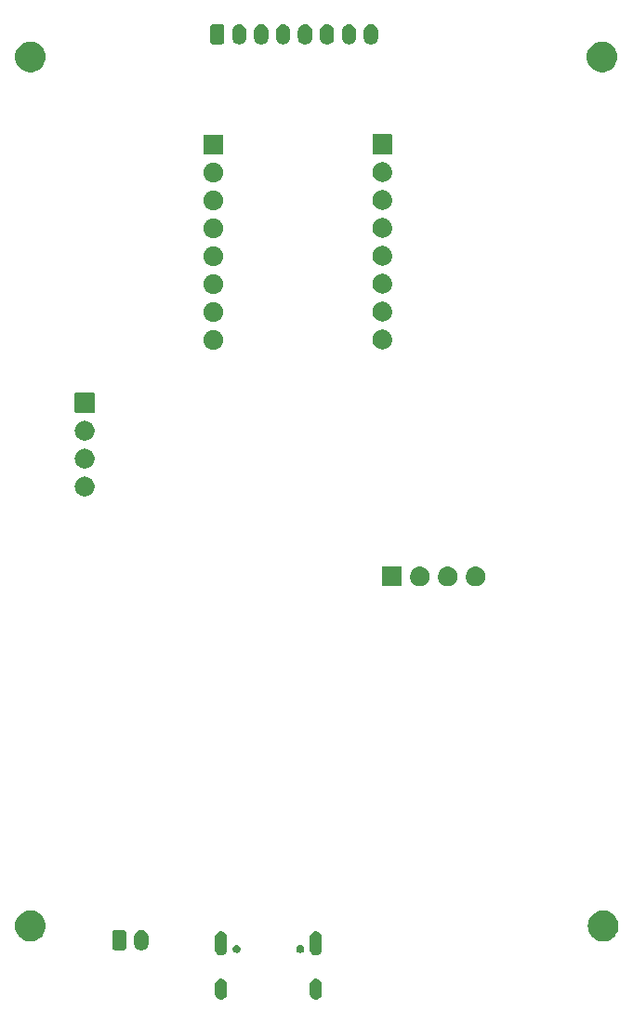
<source format=gbr>
%TF.GenerationSoftware,KiCad,Pcbnew,8.0.7*%
%TF.CreationDate,2025-02-26T19:05:53-05:00*%
%TF.ProjectId,RP2350_V1,52503233-3530-45f5-9631-2e6b69636164,1.0*%
%TF.SameCoordinates,Original*%
%TF.FileFunction,Soldermask,Bot*%
%TF.FilePolarity,Negative*%
%FSLAX46Y46*%
G04 Gerber Fmt 4.6, Leading zero omitted, Abs format (unit mm)*
G04 Created by KiCad (PCBNEW 8.0.7) date 2025-02-26 19:05:53*
%MOMM*%
%LPD*%
G01*
G04 APERTURE LIST*
G04 APERTURE END LIST*
G36*
X138410859Y-123790942D02*
G01*
X138535428Y-123862862D01*
X138637138Y-123964572D01*
X138709058Y-124089141D01*
X138746286Y-124228080D01*
X138751000Y-124300000D01*
X138751000Y-125100000D01*
X138746286Y-125171920D01*
X138709058Y-125310859D01*
X138637138Y-125435428D01*
X138535428Y-125537138D01*
X138410859Y-125609058D01*
X138271920Y-125646286D01*
X138128080Y-125646286D01*
X137989141Y-125609058D01*
X137864572Y-125537138D01*
X137762862Y-125435428D01*
X137690942Y-125310859D01*
X137653714Y-125171920D01*
X137649000Y-125100000D01*
X137649000Y-124300000D01*
X137653714Y-124228080D01*
X137690942Y-124089141D01*
X137762862Y-123964572D01*
X137864572Y-123862862D01*
X137989141Y-123790942D01*
X138128080Y-123753714D01*
X138271920Y-123753714D01*
X138410859Y-123790942D01*
G37*
G36*
X147050859Y-123790942D02*
G01*
X147175428Y-123862862D01*
X147277138Y-123964572D01*
X147349058Y-124089141D01*
X147386286Y-124228080D01*
X147391000Y-124300000D01*
X147391000Y-125100000D01*
X147386286Y-125171920D01*
X147349058Y-125310859D01*
X147277138Y-125435428D01*
X147175428Y-125537138D01*
X147050859Y-125609058D01*
X146911920Y-125646286D01*
X146768080Y-125646286D01*
X146629141Y-125609058D01*
X146504572Y-125537138D01*
X146402862Y-125435428D01*
X146330942Y-125310859D01*
X146293714Y-125171920D01*
X146289000Y-125100000D01*
X146289000Y-124300000D01*
X146293714Y-124228080D01*
X146330942Y-124089141D01*
X146402862Y-123964572D01*
X146504572Y-123862862D01*
X146629141Y-123790942D01*
X146768080Y-123753714D01*
X146911920Y-123753714D01*
X147050859Y-123790942D01*
G37*
G36*
X138410859Y-119460942D02*
G01*
X138535428Y-119532862D01*
X138637138Y-119634572D01*
X138709058Y-119759141D01*
X138746286Y-119898080D01*
X138751000Y-119970000D01*
X138751000Y-121070000D01*
X138746286Y-121141920D01*
X138709058Y-121280859D01*
X138637138Y-121405428D01*
X138535428Y-121507138D01*
X138410859Y-121579058D01*
X138271920Y-121616286D01*
X138128080Y-121616286D01*
X137989141Y-121579058D01*
X137864572Y-121507138D01*
X137762862Y-121405428D01*
X137690942Y-121280859D01*
X137653714Y-121141920D01*
X137649000Y-121070000D01*
X137649000Y-119970000D01*
X137653714Y-119898080D01*
X137690942Y-119759141D01*
X137762862Y-119634572D01*
X137864572Y-119532862D01*
X137989141Y-119460942D01*
X138128080Y-119423714D01*
X138271920Y-119423714D01*
X138410859Y-119460942D01*
G37*
G36*
X147050859Y-119460942D02*
G01*
X147175428Y-119532862D01*
X147277138Y-119634572D01*
X147349058Y-119759141D01*
X147386286Y-119898080D01*
X147391000Y-119970000D01*
X147391000Y-121070000D01*
X147386286Y-121141920D01*
X147349058Y-121280859D01*
X147277138Y-121405428D01*
X147175428Y-121507138D01*
X147050859Y-121579058D01*
X146911920Y-121616286D01*
X146768080Y-121616286D01*
X146629141Y-121579058D01*
X146504572Y-121507138D01*
X146402862Y-121405428D01*
X146330942Y-121280859D01*
X146293714Y-121141920D01*
X146289000Y-121070000D01*
X146289000Y-119970000D01*
X146293714Y-119898080D01*
X146330942Y-119759141D01*
X146402862Y-119634572D01*
X146504572Y-119532862D01*
X146629141Y-119460942D01*
X146768080Y-119423714D01*
X146911920Y-119423714D01*
X147050859Y-119460942D01*
G37*
G36*
X139746190Y-120662403D02*
G01*
X139851007Y-120715810D01*
X139934190Y-120798993D01*
X139987597Y-120903810D01*
X140006000Y-121020000D01*
X139987597Y-121136190D01*
X139934190Y-121241007D01*
X139851007Y-121324190D01*
X139746190Y-121377597D01*
X139630000Y-121396000D01*
X139513810Y-121377597D01*
X139408993Y-121324190D01*
X139325810Y-121241007D01*
X139272403Y-121136190D01*
X139254000Y-121020000D01*
X139272403Y-120903810D01*
X139325810Y-120798993D01*
X139408993Y-120715810D01*
X139513810Y-120662403D01*
X139630000Y-120644000D01*
X139746190Y-120662403D01*
G37*
G36*
X145526190Y-120662403D02*
G01*
X145631007Y-120715810D01*
X145714190Y-120798993D01*
X145767597Y-120903810D01*
X145786000Y-121020000D01*
X145767597Y-121136190D01*
X145714190Y-121241007D01*
X145631007Y-121324190D01*
X145526190Y-121377597D01*
X145410000Y-121396000D01*
X145293810Y-121377597D01*
X145188993Y-121324190D01*
X145105810Y-121241007D01*
X145052403Y-121136190D01*
X145034000Y-121020000D01*
X145052403Y-120903810D01*
X145105810Y-120798993D01*
X145188993Y-120715810D01*
X145293810Y-120662403D01*
X145410000Y-120644000D01*
X145526190Y-120662403D01*
G37*
G36*
X129343914Y-119306995D02*
G01*
X129348645Y-119309084D01*
X129351811Y-119309501D01*
X129391442Y-119327981D01*
X129445106Y-119351676D01*
X129523324Y-119429894D01*
X129547028Y-119483579D01*
X129565498Y-119523188D01*
X129565914Y-119526351D01*
X129568005Y-119531086D01*
X129576000Y-119600000D01*
X129576000Y-120850000D01*
X129568005Y-120918914D01*
X129565914Y-120923648D01*
X129565498Y-120926811D01*
X129547036Y-120966402D01*
X129523324Y-121020106D01*
X129445106Y-121098324D01*
X129391402Y-121122036D01*
X129351811Y-121140498D01*
X129348648Y-121140914D01*
X129343914Y-121143005D01*
X129275000Y-121151000D01*
X128575000Y-121151000D01*
X128506086Y-121143005D01*
X128501351Y-121140914D01*
X128498188Y-121140498D01*
X128458579Y-121122028D01*
X128404894Y-121098324D01*
X128326676Y-121020106D01*
X128302981Y-120966442D01*
X128284501Y-120926811D01*
X128284084Y-120923645D01*
X128281995Y-120918914D01*
X128274000Y-120850000D01*
X128274000Y-119600000D01*
X128281995Y-119531086D01*
X128284084Y-119526354D01*
X128284501Y-119523188D01*
X128302989Y-119483538D01*
X128326676Y-119429894D01*
X128404894Y-119351676D01*
X128458538Y-119327989D01*
X128498188Y-119309501D01*
X128501354Y-119309084D01*
X128506086Y-119306995D01*
X128575000Y-119299000D01*
X129275000Y-119299000D01*
X129343914Y-119306995D01*
G37*
G36*
X131113975Y-119327032D02*
G01*
X131231879Y-119375869D01*
X131337990Y-119446770D01*
X131428230Y-119537010D01*
X131499131Y-119643121D01*
X131547968Y-119761025D01*
X131572865Y-119886191D01*
X131576000Y-119950000D01*
X131576000Y-120500000D01*
X131572865Y-120563809D01*
X131547968Y-120688975D01*
X131499131Y-120806879D01*
X131428230Y-120912990D01*
X131337990Y-121003230D01*
X131231879Y-121074131D01*
X131113975Y-121122968D01*
X130988809Y-121147865D01*
X130861191Y-121147865D01*
X130736025Y-121122968D01*
X130618121Y-121074131D01*
X130512010Y-121003230D01*
X130421770Y-120912990D01*
X130350869Y-120806879D01*
X130302032Y-120688975D01*
X130277135Y-120563809D01*
X130274000Y-120500000D01*
X130274000Y-119950000D01*
X130277135Y-119886191D01*
X130302032Y-119761025D01*
X130350869Y-119643121D01*
X130421770Y-119537010D01*
X130512010Y-119446770D01*
X130618121Y-119375869D01*
X130736025Y-119327032D01*
X130861191Y-119302135D01*
X130988809Y-119302135D01*
X131113975Y-119327032D01*
G37*
G36*
X121183925Y-117577570D02*
G01*
X121402775Y-117652702D01*
X121606274Y-117762830D01*
X121788871Y-117904951D01*
X121945586Y-118075188D01*
X122072143Y-118268898D01*
X122165090Y-118480796D01*
X122221892Y-118705103D01*
X122241000Y-118935700D01*
X122221892Y-119166297D01*
X122165090Y-119390604D01*
X122072143Y-119602502D01*
X121945586Y-119796212D01*
X121788871Y-119966449D01*
X121606274Y-120108570D01*
X121402775Y-120218698D01*
X121183925Y-120293830D01*
X120955694Y-120331915D01*
X120724306Y-120331915D01*
X120496075Y-120293830D01*
X120277225Y-120218698D01*
X120073726Y-120108570D01*
X119891129Y-119966449D01*
X119734414Y-119796212D01*
X119607857Y-119602502D01*
X119514910Y-119390604D01*
X119458108Y-119166297D01*
X119439000Y-118935700D01*
X119458108Y-118705103D01*
X119514910Y-118480796D01*
X119607857Y-118268898D01*
X119734414Y-118075188D01*
X119891129Y-117904951D01*
X120073726Y-117762830D01*
X120277225Y-117652702D01*
X120496075Y-117577570D01*
X120724306Y-117539485D01*
X120955694Y-117539485D01*
X121183925Y-117577570D01*
G37*
G36*
X173343925Y-117577510D02*
G01*
X173562775Y-117652642D01*
X173766274Y-117762770D01*
X173948871Y-117904891D01*
X174105586Y-118075128D01*
X174232143Y-118268838D01*
X174325090Y-118480736D01*
X174381892Y-118705043D01*
X174401000Y-118935640D01*
X174381892Y-119166237D01*
X174325090Y-119390544D01*
X174232143Y-119602442D01*
X174105586Y-119796152D01*
X173948871Y-119966389D01*
X173766274Y-120108510D01*
X173562775Y-120218638D01*
X173343925Y-120293770D01*
X173115694Y-120331855D01*
X172884306Y-120331855D01*
X172656075Y-120293770D01*
X172437225Y-120218638D01*
X172233726Y-120108510D01*
X172051129Y-119966389D01*
X171894414Y-119796152D01*
X171767857Y-119602442D01*
X171674910Y-119390544D01*
X171618108Y-119166237D01*
X171599000Y-118935640D01*
X171618108Y-118705043D01*
X171674910Y-118480736D01*
X171767857Y-118268838D01*
X171894414Y-118075128D01*
X172051129Y-117904891D01*
X172233726Y-117762770D01*
X172437225Y-117652642D01*
X172656075Y-117577510D01*
X172884306Y-117539425D01*
X173115694Y-117539425D01*
X173343925Y-117577510D01*
G37*
G36*
X154639517Y-86222882D02*
G01*
X154656062Y-86233938D01*
X154667118Y-86250483D01*
X154671000Y-86270000D01*
X154671000Y-87970000D01*
X154667118Y-87989517D01*
X154656062Y-88006062D01*
X154639517Y-88017118D01*
X154620000Y-88021000D01*
X152920000Y-88021000D01*
X152900483Y-88017118D01*
X152883938Y-88006062D01*
X152872882Y-87989517D01*
X152869000Y-87970000D01*
X152869000Y-86270000D01*
X152872882Y-86250483D01*
X152883938Y-86233938D01*
X152900483Y-86222882D01*
X152920000Y-86219000D01*
X154620000Y-86219000D01*
X154639517Y-86222882D01*
G37*
G36*
X156357913Y-86223936D02*
G01*
X156404180Y-86223936D01*
X156444129Y-86232427D01*
X156485733Y-86236525D01*
X156537998Y-86252379D01*
X156588424Y-86263098D01*
X156620694Y-86277465D01*
X156654712Y-86287785D01*
X156708767Y-86316678D01*
X156760500Y-86339711D01*
X156784551Y-86357185D01*
X156810447Y-86371027D01*
X156863271Y-86414378D01*
X156912887Y-86450427D01*
X156928996Y-86468318D01*
X156946948Y-86483051D01*
X156995188Y-86541831D01*
X157038924Y-86590405D01*
X157048111Y-86606319D01*
X157058972Y-86619552D01*
X157099149Y-86694719D01*
X157133104Y-86753530D01*
X157137009Y-86765550D01*
X157142214Y-86775287D01*
X157170913Y-86869896D01*
X157191311Y-86932672D01*
X157192028Y-86939502D01*
X157193474Y-86944266D01*
X157207536Y-87087042D01*
X157211000Y-87120000D01*
X157207535Y-87152959D01*
X157193474Y-87295733D01*
X157192029Y-87300496D01*
X157191311Y-87307328D01*
X157170909Y-87370117D01*
X157142214Y-87464712D01*
X157137010Y-87474447D01*
X157133104Y-87486470D01*
X157099142Y-87545293D01*
X157058972Y-87620447D01*
X157048113Y-87633677D01*
X157038924Y-87649595D01*
X156995178Y-87698178D01*
X156946948Y-87756948D01*
X156929000Y-87771677D01*
X156912887Y-87789573D01*
X156863260Y-87825628D01*
X156810447Y-87868972D01*
X156784557Y-87882810D01*
X156760500Y-87900289D01*
X156708756Y-87923326D01*
X156654712Y-87952214D01*
X156620701Y-87962531D01*
X156588424Y-87976902D01*
X156537987Y-87987622D01*
X156485733Y-88003474D01*
X156444138Y-88007570D01*
X156404180Y-88016064D01*
X156357903Y-88016064D01*
X156310000Y-88020782D01*
X156262097Y-88016064D01*
X156215820Y-88016064D01*
X156175862Y-88007570D01*
X156134266Y-88003474D01*
X156082009Y-87987621D01*
X156031576Y-87976902D01*
X155999300Y-87962532D01*
X155965287Y-87952214D01*
X155911237Y-87923323D01*
X155859500Y-87900289D01*
X155835445Y-87882812D01*
X155809552Y-87868972D01*
X155756730Y-87825622D01*
X155707113Y-87789573D01*
X155691002Y-87771680D01*
X155673051Y-87756948D01*
X155624809Y-87698166D01*
X155581076Y-87649595D01*
X155571888Y-87633681D01*
X155561027Y-87620447D01*
X155520844Y-87545269D01*
X155486896Y-87486470D01*
X155482991Y-87474451D01*
X155477785Y-87464712D01*
X155449075Y-87370071D01*
X155428689Y-87307328D01*
X155427971Y-87300501D01*
X155426525Y-87295733D01*
X155412448Y-87152808D01*
X155409000Y-87120000D01*
X155412448Y-87087194D01*
X155426525Y-86944266D01*
X155427971Y-86939497D01*
X155428689Y-86932672D01*
X155449071Y-86869942D01*
X155477785Y-86775287D01*
X155482991Y-86765545D01*
X155486896Y-86753530D01*
X155520836Y-86694742D01*
X155561027Y-86619552D01*
X155571890Y-86606314D01*
X155581076Y-86590405D01*
X155624800Y-86541843D01*
X155673051Y-86483051D01*
X155691005Y-86468315D01*
X155707113Y-86450427D01*
X155756720Y-86414385D01*
X155809552Y-86371027D01*
X155835450Y-86357183D01*
X155859500Y-86339711D01*
X155911226Y-86316681D01*
X155965287Y-86287785D01*
X155999307Y-86277464D01*
X156031576Y-86263098D01*
X156081998Y-86252380D01*
X156134266Y-86236525D01*
X156175871Y-86232427D01*
X156215820Y-86223936D01*
X156262086Y-86223936D01*
X156310000Y-86219217D01*
X156357913Y-86223936D01*
G37*
G36*
X158897913Y-86223936D02*
G01*
X158944180Y-86223936D01*
X158984129Y-86232427D01*
X159025733Y-86236525D01*
X159077998Y-86252379D01*
X159128424Y-86263098D01*
X159160694Y-86277465D01*
X159194712Y-86287785D01*
X159248767Y-86316678D01*
X159300500Y-86339711D01*
X159324551Y-86357185D01*
X159350447Y-86371027D01*
X159403271Y-86414378D01*
X159452887Y-86450427D01*
X159468996Y-86468318D01*
X159486948Y-86483051D01*
X159535188Y-86541831D01*
X159578924Y-86590405D01*
X159588111Y-86606319D01*
X159598972Y-86619552D01*
X159639149Y-86694719D01*
X159673104Y-86753530D01*
X159677009Y-86765550D01*
X159682214Y-86775287D01*
X159710913Y-86869896D01*
X159731311Y-86932672D01*
X159732028Y-86939502D01*
X159733474Y-86944266D01*
X159747536Y-87087042D01*
X159751000Y-87120000D01*
X159747535Y-87152959D01*
X159733474Y-87295733D01*
X159732029Y-87300496D01*
X159731311Y-87307328D01*
X159710909Y-87370117D01*
X159682214Y-87464712D01*
X159677010Y-87474447D01*
X159673104Y-87486470D01*
X159639142Y-87545293D01*
X159598972Y-87620447D01*
X159588113Y-87633677D01*
X159578924Y-87649595D01*
X159535178Y-87698178D01*
X159486948Y-87756948D01*
X159469000Y-87771677D01*
X159452887Y-87789573D01*
X159403260Y-87825628D01*
X159350447Y-87868972D01*
X159324557Y-87882810D01*
X159300500Y-87900289D01*
X159248756Y-87923326D01*
X159194712Y-87952214D01*
X159160701Y-87962531D01*
X159128424Y-87976902D01*
X159077987Y-87987622D01*
X159025733Y-88003474D01*
X158984138Y-88007570D01*
X158944180Y-88016064D01*
X158897903Y-88016064D01*
X158850000Y-88020782D01*
X158802097Y-88016064D01*
X158755820Y-88016064D01*
X158715862Y-88007570D01*
X158674266Y-88003474D01*
X158622009Y-87987621D01*
X158571576Y-87976902D01*
X158539300Y-87962532D01*
X158505287Y-87952214D01*
X158451237Y-87923323D01*
X158399500Y-87900289D01*
X158375445Y-87882812D01*
X158349552Y-87868972D01*
X158296730Y-87825622D01*
X158247113Y-87789573D01*
X158231002Y-87771680D01*
X158213051Y-87756948D01*
X158164809Y-87698166D01*
X158121076Y-87649595D01*
X158111888Y-87633681D01*
X158101027Y-87620447D01*
X158060844Y-87545269D01*
X158026896Y-87486470D01*
X158022991Y-87474451D01*
X158017785Y-87464712D01*
X157989075Y-87370071D01*
X157968689Y-87307328D01*
X157967971Y-87300501D01*
X157966525Y-87295733D01*
X157952448Y-87152808D01*
X157949000Y-87120000D01*
X157952448Y-87087194D01*
X157966525Y-86944266D01*
X157967971Y-86939497D01*
X157968689Y-86932672D01*
X157989071Y-86869942D01*
X158017785Y-86775287D01*
X158022991Y-86765545D01*
X158026896Y-86753530D01*
X158060836Y-86694742D01*
X158101027Y-86619552D01*
X158111890Y-86606314D01*
X158121076Y-86590405D01*
X158164800Y-86541843D01*
X158213051Y-86483051D01*
X158231005Y-86468315D01*
X158247113Y-86450427D01*
X158296720Y-86414385D01*
X158349552Y-86371027D01*
X158375450Y-86357183D01*
X158399500Y-86339711D01*
X158451226Y-86316681D01*
X158505287Y-86287785D01*
X158539307Y-86277464D01*
X158571576Y-86263098D01*
X158621998Y-86252380D01*
X158674266Y-86236525D01*
X158715871Y-86232427D01*
X158755820Y-86223936D01*
X158802086Y-86223936D01*
X158850000Y-86219217D01*
X158897913Y-86223936D01*
G37*
G36*
X161437913Y-86223936D02*
G01*
X161484180Y-86223936D01*
X161524129Y-86232427D01*
X161565733Y-86236525D01*
X161617998Y-86252379D01*
X161668424Y-86263098D01*
X161700694Y-86277465D01*
X161734712Y-86287785D01*
X161788767Y-86316678D01*
X161840500Y-86339711D01*
X161864551Y-86357185D01*
X161890447Y-86371027D01*
X161943271Y-86414378D01*
X161992887Y-86450427D01*
X162008996Y-86468318D01*
X162026948Y-86483051D01*
X162075188Y-86541831D01*
X162118924Y-86590405D01*
X162128111Y-86606319D01*
X162138972Y-86619552D01*
X162179149Y-86694719D01*
X162213104Y-86753530D01*
X162217009Y-86765550D01*
X162222214Y-86775287D01*
X162250913Y-86869896D01*
X162271311Y-86932672D01*
X162272028Y-86939502D01*
X162273474Y-86944266D01*
X162287536Y-87087042D01*
X162291000Y-87120000D01*
X162287535Y-87152959D01*
X162273474Y-87295733D01*
X162272029Y-87300496D01*
X162271311Y-87307328D01*
X162250909Y-87370117D01*
X162222214Y-87464712D01*
X162217010Y-87474447D01*
X162213104Y-87486470D01*
X162179142Y-87545293D01*
X162138972Y-87620447D01*
X162128113Y-87633677D01*
X162118924Y-87649595D01*
X162075178Y-87698178D01*
X162026948Y-87756948D01*
X162009000Y-87771677D01*
X161992887Y-87789573D01*
X161943260Y-87825628D01*
X161890447Y-87868972D01*
X161864557Y-87882810D01*
X161840500Y-87900289D01*
X161788756Y-87923326D01*
X161734712Y-87952214D01*
X161700701Y-87962531D01*
X161668424Y-87976902D01*
X161617987Y-87987622D01*
X161565733Y-88003474D01*
X161524138Y-88007570D01*
X161484180Y-88016064D01*
X161437903Y-88016064D01*
X161390000Y-88020782D01*
X161342097Y-88016064D01*
X161295820Y-88016064D01*
X161255862Y-88007570D01*
X161214266Y-88003474D01*
X161162009Y-87987621D01*
X161111576Y-87976902D01*
X161079300Y-87962532D01*
X161045287Y-87952214D01*
X160991237Y-87923323D01*
X160939500Y-87900289D01*
X160915445Y-87882812D01*
X160889552Y-87868972D01*
X160836730Y-87825622D01*
X160787113Y-87789573D01*
X160771002Y-87771680D01*
X160753051Y-87756948D01*
X160704809Y-87698166D01*
X160661076Y-87649595D01*
X160651888Y-87633681D01*
X160641027Y-87620447D01*
X160600844Y-87545269D01*
X160566896Y-87486470D01*
X160562991Y-87474451D01*
X160557785Y-87464712D01*
X160529075Y-87370071D01*
X160508689Y-87307328D01*
X160507971Y-87300501D01*
X160506525Y-87295733D01*
X160492448Y-87152808D01*
X160489000Y-87120000D01*
X160492448Y-87087194D01*
X160506525Y-86944266D01*
X160507971Y-86939497D01*
X160508689Y-86932672D01*
X160529071Y-86869942D01*
X160557785Y-86775287D01*
X160562991Y-86765545D01*
X160566896Y-86753530D01*
X160600836Y-86694742D01*
X160641027Y-86619552D01*
X160651890Y-86606314D01*
X160661076Y-86590405D01*
X160704800Y-86541843D01*
X160753051Y-86483051D01*
X160771005Y-86468315D01*
X160787113Y-86450427D01*
X160836720Y-86414385D01*
X160889552Y-86371027D01*
X160915450Y-86357183D01*
X160939500Y-86339711D01*
X160991226Y-86316681D01*
X161045287Y-86287785D01*
X161079307Y-86277464D01*
X161111576Y-86263098D01*
X161161998Y-86252380D01*
X161214266Y-86236525D01*
X161255871Y-86232427D01*
X161295820Y-86223936D01*
X161342086Y-86223936D01*
X161390000Y-86219217D01*
X161437913Y-86223936D01*
G37*
G36*
X125822913Y-78033936D02*
G01*
X125869180Y-78033936D01*
X125909129Y-78042427D01*
X125950733Y-78046525D01*
X126002998Y-78062379D01*
X126053424Y-78073098D01*
X126085694Y-78087465D01*
X126119712Y-78097785D01*
X126173767Y-78126678D01*
X126225500Y-78149711D01*
X126249551Y-78167185D01*
X126275447Y-78181027D01*
X126328271Y-78224378D01*
X126377887Y-78260427D01*
X126393996Y-78278318D01*
X126411948Y-78293051D01*
X126460188Y-78351831D01*
X126503924Y-78400405D01*
X126513111Y-78416319D01*
X126523972Y-78429552D01*
X126564149Y-78504719D01*
X126598104Y-78563530D01*
X126602009Y-78575550D01*
X126607214Y-78585287D01*
X126635913Y-78679896D01*
X126656311Y-78742672D01*
X126657028Y-78749502D01*
X126658474Y-78754266D01*
X126672536Y-78897042D01*
X126676000Y-78930000D01*
X126672535Y-78962959D01*
X126658474Y-79105733D01*
X126657029Y-79110496D01*
X126656311Y-79117328D01*
X126635909Y-79180117D01*
X126607214Y-79274712D01*
X126602010Y-79284447D01*
X126598104Y-79296470D01*
X126564142Y-79355293D01*
X126523972Y-79430447D01*
X126513113Y-79443677D01*
X126503924Y-79459595D01*
X126460178Y-79508178D01*
X126411948Y-79566948D01*
X126394000Y-79581677D01*
X126377887Y-79599573D01*
X126328260Y-79635628D01*
X126275447Y-79678972D01*
X126249557Y-79692810D01*
X126225500Y-79710289D01*
X126173756Y-79733326D01*
X126119712Y-79762214D01*
X126085701Y-79772531D01*
X126053424Y-79786902D01*
X126002987Y-79797622D01*
X125950733Y-79813474D01*
X125909138Y-79817570D01*
X125869180Y-79826064D01*
X125822903Y-79826064D01*
X125775000Y-79830782D01*
X125727097Y-79826064D01*
X125680820Y-79826064D01*
X125640862Y-79817570D01*
X125599266Y-79813474D01*
X125547009Y-79797621D01*
X125496576Y-79786902D01*
X125464300Y-79772532D01*
X125430287Y-79762214D01*
X125376237Y-79733323D01*
X125324500Y-79710289D01*
X125300445Y-79692812D01*
X125274552Y-79678972D01*
X125221730Y-79635622D01*
X125172113Y-79599573D01*
X125156002Y-79581680D01*
X125138051Y-79566948D01*
X125089809Y-79508166D01*
X125046076Y-79459595D01*
X125036888Y-79443681D01*
X125026027Y-79430447D01*
X124985844Y-79355269D01*
X124951896Y-79296470D01*
X124947991Y-79284451D01*
X124942785Y-79274712D01*
X124914075Y-79180071D01*
X124893689Y-79117328D01*
X124892971Y-79110501D01*
X124891525Y-79105733D01*
X124877448Y-78962808D01*
X124874000Y-78930000D01*
X124877448Y-78897194D01*
X124891525Y-78754266D01*
X124892971Y-78749497D01*
X124893689Y-78742672D01*
X124914071Y-78679942D01*
X124942785Y-78585287D01*
X124947991Y-78575545D01*
X124951896Y-78563530D01*
X124985836Y-78504742D01*
X125026027Y-78429552D01*
X125036890Y-78416314D01*
X125046076Y-78400405D01*
X125089800Y-78351843D01*
X125138051Y-78293051D01*
X125156005Y-78278315D01*
X125172113Y-78260427D01*
X125221720Y-78224385D01*
X125274552Y-78181027D01*
X125300450Y-78167183D01*
X125324500Y-78149711D01*
X125376226Y-78126681D01*
X125430287Y-78097785D01*
X125464307Y-78087464D01*
X125496576Y-78073098D01*
X125546998Y-78062380D01*
X125599266Y-78046525D01*
X125640871Y-78042427D01*
X125680820Y-78033936D01*
X125727086Y-78033936D01*
X125775000Y-78029217D01*
X125822913Y-78033936D01*
G37*
G36*
X125822913Y-75493936D02*
G01*
X125869180Y-75493936D01*
X125909129Y-75502427D01*
X125950733Y-75506525D01*
X126002998Y-75522379D01*
X126053424Y-75533098D01*
X126085694Y-75547465D01*
X126119712Y-75557785D01*
X126173767Y-75586678D01*
X126225500Y-75609711D01*
X126249551Y-75627185D01*
X126275447Y-75641027D01*
X126328271Y-75684378D01*
X126377887Y-75720427D01*
X126393996Y-75738318D01*
X126411948Y-75753051D01*
X126460188Y-75811831D01*
X126503924Y-75860405D01*
X126513111Y-75876319D01*
X126523972Y-75889552D01*
X126564149Y-75964719D01*
X126598104Y-76023530D01*
X126602009Y-76035550D01*
X126607214Y-76045287D01*
X126635913Y-76139896D01*
X126656311Y-76202672D01*
X126657028Y-76209502D01*
X126658474Y-76214266D01*
X126672536Y-76357042D01*
X126676000Y-76390000D01*
X126672535Y-76422959D01*
X126658474Y-76565733D01*
X126657029Y-76570496D01*
X126656311Y-76577328D01*
X126635909Y-76640117D01*
X126607214Y-76734712D01*
X126602010Y-76744447D01*
X126598104Y-76756470D01*
X126564142Y-76815293D01*
X126523972Y-76890447D01*
X126513113Y-76903677D01*
X126503924Y-76919595D01*
X126460178Y-76968178D01*
X126411948Y-77026948D01*
X126394000Y-77041677D01*
X126377887Y-77059573D01*
X126328260Y-77095628D01*
X126275447Y-77138972D01*
X126249557Y-77152810D01*
X126225500Y-77170289D01*
X126173756Y-77193326D01*
X126119712Y-77222214D01*
X126085701Y-77232531D01*
X126053424Y-77246902D01*
X126002987Y-77257622D01*
X125950733Y-77273474D01*
X125909138Y-77277570D01*
X125869180Y-77286064D01*
X125822903Y-77286064D01*
X125775000Y-77290782D01*
X125727097Y-77286064D01*
X125680820Y-77286064D01*
X125640862Y-77277570D01*
X125599266Y-77273474D01*
X125547009Y-77257621D01*
X125496576Y-77246902D01*
X125464300Y-77232532D01*
X125430287Y-77222214D01*
X125376237Y-77193323D01*
X125324500Y-77170289D01*
X125300445Y-77152812D01*
X125274552Y-77138972D01*
X125221730Y-77095622D01*
X125172113Y-77059573D01*
X125156002Y-77041680D01*
X125138051Y-77026948D01*
X125089809Y-76968166D01*
X125046076Y-76919595D01*
X125036888Y-76903681D01*
X125026027Y-76890447D01*
X124985844Y-76815269D01*
X124951896Y-76756470D01*
X124947991Y-76744451D01*
X124942785Y-76734712D01*
X124914075Y-76640071D01*
X124893689Y-76577328D01*
X124892971Y-76570501D01*
X124891525Y-76565733D01*
X124877448Y-76422808D01*
X124874000Y-76390000D01*
X124877448Y-76357194D01*
X124891525Y-76214266D01*
X124892971Y-76209497D01*
X124893689Y-76202672D01*
X124914071Y-76139942D01*
X124942785Y-76045287D01*
X124947991Y-76035545D01*
X124951896Y-76023530D01*
X124985836Y-75964742D01*
X125026027Y-75889552D01*
X125036890Y-75876314D01*
X125046076Y-75860405D01*
X125089800Y-75811843D01*
X125138051Y-75753051D01*
X125156005Y-75738315D01*
X125172113Y-75720427D01*
X125221720Y-75684385D01*
X125274552Y-75641027D01*
X125300450Y-75627183D01*
X125324500Y-75609711D01*
X125376226Y-75586681D01*
X125430287Y-75557785D01*
X125464307Y-75547464D01*
X125496576Y-75533098D01*
X125546998Y-75522380D01*
X125599266Y-75506525D01*
X125640871Y-75502427D01*
X125680820Y-75493936D01*
X125727086Y-75493936D01*
X125775000Y-75489217D01*
X125822913Y-75493936D01*
G37*
G36*
X125822913Y-72953936D02*
G01*
X125869180Y-72953936D01*
X125909129Y-72962427D01*
X125950733Y-72966525D01*
X126002998Y-72982379D01*
X126053424Y-72993098D01*
X126085694Y-73007465D01*
X126119712Y-73017785D01*
X126173767Y-73046678D01*
X126225500Y-73069711D01*
X126249551Y-73087185D01*
X126275447Y-73101027D01*
X126328271Y-73144378D01*
X126377887Y-73180427D01*
X126393996Y-73198318D01*
X126411948Y-73213051D01*
X126460188Y-73271831D01*
X126503924Y-73320405D01*
X126513111Y-73336319D01*
X126523972Y-73349552D01*
X126564149Y-73424719D01*
X126598104Y-73483530D01*
X126602009Y-73495550D01*
X126607214Y-73505287D01*
X126635913Y-73599896D01*
X126656311Y-73662672D01*
X126657028Y-73669502D01*
X126658474Y-73674266D01*
X126672536Y-73817042D01*
X126676000Y-73850000D01*
X126672535Y-73882959D01*
X126658474Y-74025733D01*
X126657029Y-74030496D01*
X126656311Y-74037328D01*
X126635909Y-74100117D01*
X126607214Y-74194712D01*
X126602010Y-74204447D01*
X126598104Y-74216470D01*
X126564142Y-74275293D01*
X126523972Y-74350447D01*
X126513113Y-74363677D01*
X126503924Y-74379595D01*
X126460178Y-74428178D01*
X126411948Y-74486948D01*
X126394000Y-74501677D01*
X126377887Y-74519573D01*
X126328260Y-74555628D01*
X126275447Y-74598972D01*
X126249557Y-74612810D01*
X126225500Y-74630289D01*
X126173756Y-74653326D01*
X126119712Y-74682214D01*
X126085701Y-74692531D01*
X126053424Y-74706902D01*
X126002987Y-74717622D01*
X125950733Y-74733474D01*
X125909138Y-74737570D01*
X125869180Y-74746064D01*
X125822903Y-74746064D01*
X125775000Y-74750782D01*
X125727097Y-74746064D01*
X125680820Y-74746064D01*
X125640862Y-74737570D01*
X125599266Y-74733474D01*
X125547009Y-74717621D01*
X125496576Y-74706902D01*
X125464300Y-74692532D01*
X125430287Y-74682214D01*
X125376237Y-74653323D01*
X125324500Y-74630289D01*
X125300445Y-74612812D01*
X125274552Y-74598972D01*
X125221730Y-74555622D01*
X125172113Y-74519573D01*
X125156002Y-74501680D01*
X125138051Y-74486948D01*
X125089809Y-74428166D01*
X125046076Y-74379595D01*
X125036888Y-74363681D01*
X125026027Y-74350447D01*
X124985844Y-74275269D01*
X124951896Y-74216470D01*
X124947991Y-74204451D01*
X124942785Y-74194712D01*
X124914075Y-74100071D01*
X124893689Y-74037328D01*
X124892971Y-74030501D01*
X124891525Y-74025733D01*
X124877448Y-73882808D01*
X124874000Y-73850000D01*
X124877448Y-73817194D01*
X124891525Y-73674266D01*
X124892971Y-73669497D01*
X124893689Y-73662672D01*
X124914071Y-73599942D01*
X124942785Y-73505287D01*
X124947991Y-73495545D01*
X124951896Y-73483530D01*
X124985836Y-73424742D01*
X125026027Y-73349552D01*
X125036890Y-73336314D01*
X125046076Y-73320405D01*
X125089800Y-73271843D01*
X125138051Y-73213051D01*
X125156005Y-73198315D01*
X125172113Y-73180427D01*
X125221720Y-73144385D01*
X125274552Y-73101027D01*
X125300450Y-73087183D01*
X125324500Y-73069711D01*
X125376226Y-73046681D01*
X125430287Y-73017785D01*
X125464307Y-73007464D01*
X125496576Y-72993098D01*
X125546998Y-72982380D01*
X125599266Y-72966525D01*
X125640871Y-72962427D01*
X125680820Y-72953936D01*
X125727086Y-72953936D01*
X125775000Y-72949217D01*
X125822913Y-72953936D01*
G37*
G36*
X126644517Y-70412882D02*
G01*
X126661062Y-70423938D01*
X126672118Y-70440483D01*
X126676000Y-70460000D01*
X126676000Y-72160000D01*
X126672118Y-72179517D01*
X126661062Y-72196062D01*
X126644517Y-72207118D01*
X126625000Y-72211000D01*
X124925000Y-72211000D01*
X124905483Y-72207118D01*
X124888938Y-72196062D01*
X124877882Y-72179517D01*
X124874000Y-72160000D01*
X124874000Y-70460000D01*
X124877882Y-70440483D01*
X124888938Y-70423938D01*
X124905483Y-70412882D01*
X124925000Y-70409000D01*
X126625000Y-70409000D01*
X126644517Y-70412882D01*
G37*
G36*
X137542913Y-64688936D02*
G01*
X137589180Y-64688936D01*
X137629129Y-64697427D01*
X137670733Y-64701525D01*
X137722998Y-64717379D01*
X137773424Y-64728098D01*
X137805694Y-64742465D01*
X137839712Y-64752785D01*
X137893767Y-64781678D01*
X137945500Y-64804711D01*
X137969551Y-64822185D01*
X137995447Y-64836027D01*
X138048271Y-64879378D01*
X138097887Y-64915427D01*
X138113996Y-64933318D01*
X138131948Y-64948051D01*
X138180188Y-65006831D01*
X138223924Y-65055405D01*
X138233111Y-65071319D01*
X138243972Y-65084552D01*
X138284149Y-65159719D01*
X138318104Y-65218530D01*
X138322009Y-65230550D01*
X138327214Y-65240287D01*
X138355913Y-65334896D01*
X138376311Y-65397672D01*
X138377028Y-65404502D01*
X138378474Y-65409266D01*
X138392536Y-65552042D01*
X138396000Y-65585000D01*
X138392535Y-65617959D01*
X138378474Y-65760733D01*
X138377029Y-65765496D01*
X138376311Y-65772328D01*
X138355909Y-65835117D01*
X138327214Y-65929712D01*
X138322010Y-65939447D01*
X138318104Y-65951470D01*
X138284142Y-66010293D01*
X138243972Y-66085447D01*
X138233113Y-66098677D01*
X138223924Y-66114595D01*
X138180178Y-66163178D01*
X138131948Y-66221948D01*
X138114000Y-66236677D01*
X138097887Y-66254573D01*
X138048260Y-66290628D01*
X137995447Y-66333972D01*
X137969557Y-66347810D01*
X137945500Y-66365289D01*
X137893756Y-66388326D01*
X137839712Y-66417214D01*
X137805701Y-66427531D01*
X137773424Y-66441902D01*
X137722987Y-66452622D01*
X137670733Y-66468474D01*
X137629138Y-66472570D01*
X137589180Y-66481064D01*
X137542903Y-66481064D01*
X137495000Y-66485782D01*
X137447097Y-66481064D01*
X137400820Y-66481064D01*
X137360862Y-66472570D01*
X137319266Y-66468474D01*
X137267009Y-66452621D01*
X137216576Y-66441902D01*
X137184300Y-66427532D01*
X137150287Y-66417214D01*
X137096237Y-66388323D01*
X137044500Y-66365289D01*
X137020445Y-66347812D01*
X136994552Y-66333972D01*
X136941730Y-66290622D01*
X136892113Y-66254573D01*
X136876002Y-66236680D01*
X136858051Y-66221948D01*
X136809809Y-66163166D01*
X136766076Y-66114595D01*
X136756888Y-66098681D01*
X136746027Y-66085447D01*
X136705844Y-66010269D01*
X136671896Y-65951470D01*
X136667991Y-65939451D01*
X136662785Y-65929712D01*
X136634075Y-65835071D01*
X136613689Y-65772328D01*
X136612971Y-65765501D01*
X136611525Y-65760733D01*
X136597448Y-65617808D01*
X136594000Y-65585000D01*
X136597448Y-65552194D01*
X136611525Y-65409266D01*
X136612971Y-65404497D01*
X136613689Y-65397672D01*
X136634071Y-65334942D01*
X136662785Y-65240287D01*
X136667991Y-65230545D01*
X136671896Y-65218530D01*
X136705836Y-65159742D01*
X136746027Y-65084552D01*
X136756890Y-65071314D01*
X136766076Y-65055405D01*
X136809800Y-65006843D01*
X136858051Y-64948051D01*
X136876005Y-64933315D01*
X136892113Y-64915427D01*
X136941720Y-64879385D01*
X136994552Y-64836027D01*
X137020450Y-64822183D01*
X137044500Y-64804711D01*
X137096226Y-64781681D01*
X137150287Y-64752785D01*
X137184307Y-64742464D01*
X137216576Y-64728098D01*
X137266998Y-64717380D01*
X137319266Y-64701525D01*
X137360871Y-64697427D01*
X137400820Y-64688936D01*
X137447086Y-64688936D01*
X137495000Y-64684217D01*
X137542913Y-64688936D01*
G37*
G36*
X152927913Y-64653936D02*
G01*
X152974180Y-64653936D01*
X153014129Y-64662427D01*
X153055733Y-64666525D01*
X153107998Y-64682379D01*
X153158424Y-64693098D01*
X153190694Y-64707465D01*
X153224712Y-64717785D01*
X153278767Y-64746678D01*
X153330500Y-64769711D01*
X153354551Y-64787185D01*
X153380447Y-64801027D01*
X153433271Y-64844378D01*
X153482887Y-64880427D01*
X153498996Y-64898318D01*
X153516948Y-64913051D01*
X153565188Y-64971831D01*
X153608924Y-65020405D01*
X153618111Y-65036319D01*
X153628972Y-65049552D01*
X153669149Y-65124719D01*
X153703104Y-65183530D01*
X153707009Y-65195550D01*
X153712214Y-65205287D01*
X153740913Y-65299896D01*
X153761311Y-65362672D01*
X153762028Y-65369502D01*
X153763474Y-65374266D01*
X153777536Y-65517042D01*
X153781000Y-65550000D01*
X153777535Y-65582959D01*
X153763474Y-65725733D01*
X153762029Y-65730496D01*
X153761311Y-65737328D01*
X153740909Y-65800117D01*
X153712214Y-65894712D01*
X153707010Y-65904447D01*
X153703104Y-65916470D01*
X153669142Y-65975293D01*
X153628972Y-66050447D01*
X153618113Y-66063677D01*
X153608924Y-66079595D01*
X153565178Y-66128178D01*
X153516948Y-66186948D01*
X153499000Y-66201677D01*
X153482887Y-66219573D01*
X153433260Y-66255628D01*
X153380447Y-66298972D01*
X153354557Y-66312810D01*
X153330500Y-66330289D01*
X153278756Y-66353326D01*
X153224712Y-66382214D01*
X153190701Y-66392531D01*
X153158424Y-66406902D01*
X153107987Y-66417622D01*
X153055733Y-66433474D01*
X153014138Y-66437570D01*
X152974180Y-66446064D01*
X152927903Y-66446064D01*
X152880000Y-66450782D01*
X152832097Y-66446064D01*
X152785820Y-66446064D01*
X152745862Y-66437570D01*
X152704266Y-66433474D01*
X152652009Y-66417621D01*
X152601576Y-66406902D01*
X152569300Y-66392532D01*
X152535287Y-66382214D01*
X152481237Y-66353323D01*
X152429500Y-66330289D01*
X152405445Y-66312812D01*
X152379552Y-66298972D01*
X152326730Y-66255622D01*
X152277113Y-66219573D01*
X152261002Y-66201680D01*
X152243051Y-66186948D01*
X152194809Y-66128166D01*
X152151076Y-66079595D01*
X152141888Y-66063681D01*
X152131027Y-66050447D01*
X152090844Y-65975269D01*
X152056896Y-65916470D01*
X152052991Y-65904451D01*
X152047785Y-65894712D01*
X152019075Y-65800071D01*
X151998689Y-65737328D01*
X151997971Y-65730501D01*
X151996525Y-65725733D01*
X151982448Y-65582808D01*
X151979000Y-65550000D01*
X151982448Y-65517194D01*
X151996525Y-65374266D01*
X151997971Y-65369497D01*
X151998689Y-65362672D01*
X152019071Y-65299942D01*
X152047785Y-65205287D01*
X152052991Y-65195545D01*
X152056896Y-65183530D01*
X152090836Y-65124742D01*
X152131027Y-65049552D01*
X152141890Y-65036314D01*
X152151076Y-65020405D01*
X152194800Y-64971843D01*
X152243051Y-64913051D01*
X152261005Y-64898315D01*
X152277113Y-64880427D01*
X152326720Y-64844385D01*
X152379552Y-64801027D01*
X152405450Y-64787183D01*
X152429500Y-64769711D01*
X152481226Y-64746681D01*
X152535287Y-64717785D01*
X152569307Y-64707464D01*
X152601576Y-64693098D01*
X152651998Y-64682380D01*
X152704266Y-64666525D01*
X152745871Y-64662427D01*
X152785820Y-64653936D01*
X152832086Y-64653936D01*
X152880000Y-64649217D01*
X152927913Y-64653936D01*
G37*
G36*
X137542913Y-62148936D02*
G01*
X137589180Y-62148936D01*
X137629129Y-62157427D01*
X137670733Y-62161525D01*
X137722998Y-62177379D01*
X137773424Y-62188098D01*
X137805694Y-62202465D01*
X137839712Y-62212785D01*
X137893767Y-62241678D01*
X137945500Y-62264711D01*
X137969551Y-62282185D01*
X137995447Y-62296027D01*
X138048271Y-62339378D01*
X138097887Y-62375427D01*
X138113996Y-62393318D01*
X138131948Y-62408051D01*
X138180188Y-62466831D01*
X138223924Y-62515405D01*
X138233111Y-62531319D01*
X138243972Y-62544552D01*
X138284149Y-62619719D01*
X138318104Y-62678530D01*
X138322009Y-62690550D01*
X138327214Y-62700287D01*
X138355913Y-62794896D01*
X138376311Y-62857672D01*
X138377028Y-62864502D01*
X138378474Y-62869266D01*
X138392536Y-63012042D01*
X138396000Y-63045000D01*
X138392535Y-63077959D01*
X138378474Y-63220733D01*
X138377029Y-63225496D01*
X138376311Y-63232328D01*
X138355909Y-63295117D01*
X138327214Y-63389712D01*
X138322010Y-63399447D01*
X138318104Y-63411470D01*
X138284142Y-63470293D01*
X138243972Y-63545447D01*
X138233113Y-63558677D01*
X138223924Y-63574595D01*
X138180178Y-63623178D01*
X138131948Y-63681948D01*
X138114000Y-63696677D01*
X138097887Y-63714573D01*
X138048260Y-63750628D01*
X137995447Y-63793972D01*
X137969557Y-63807810D01*
X137945500Y-63825289D01*
X137893756Y-63848326D01*
X137839712Y-63877214D01*
X137805701Y-63887531D01*
X137773424Y-63901902D01*
X137722987Y-63912622D01*
X137670733Y-63928474D01*
X137629138Y-63932570D01*
X137589180Y-63941064D01*
X137542903Y-63941064D01*
X137495000Y-63945782D01*
X137447097Y-63941064D01*
X137400820Y-63941064D01*
X137360862Y-63932570D01*
X137319266Y-63928474D01*
X137267009Y-63912621D01*
X137216576Y-63901902D01*
X137184300Y-63887532D01*
X137150287Y-63877214D01*
X137096237Y-63848323D01*
X137044500Y-63825289D01*
X137020445Y-63807812D01*
X136994552Y-63793972D01*
X136941730Y-63750622D01*
X136892113Y-63714573D01*
X136876002Y-63696680D01*
X136858051Y-63681948D01*
X136809809Y-63623166D01*
X136766076Y-63574595D01*
X136756888Y-63558681D01*
X136746027Y-63545447D01*
X136705844Y-63470269D01*
X136671896Y-63411470D01*
X136667991Y-63399451D01*
X136662785Y-63389712D01*
X136634075Y-63295071D01*
X136613689Y-63232328D01*
X136612971Y-63225501D01*
X136611525Y-63220733D01*
X136597448Y-63077808D01*
X136594000Y-63045000D01*
X136597448Y-63012194D01*
X136611525Y-62869266D01*
X136612971Y-62864497D01*
X136613689Y-62857672D01*
X136634071Y-62794942D01*
X136662785Y-62700287D01*
X136667991Y-62690545D01*
X136671896Y-62678530D01*
X136705836Y-62619742D01*
X136746027Y-62544552D01*
X136756890Y-62531314D01*
X136766076Y-62515405D01*
X136809800Y-62466843D01*
X136858051Y-62408051D01*
X136876005Y-62393315D01*
X136892113Y-62375427D01*
X136941720Y-62339385D01*
X136994552Y-62296027D01*
X137020450Y-62282183D01*
X137044500Y-62264711D01*
X137096226Y-62241681D01*
X137150287Y-62212785D01*
X137184307Y-62202464D01*
X137216576Y-62188098D01*
X137266998Y-62177380D01*
X137319266Y-62161525D01*
X137360871Y-62157427D01*
X137400820Y-62148936D01*
X137447086Y-62148936D01*
X137495000Y-62144217D01*
X137542913Y-62148936D01*
G37*
G36*
X152927913Y-62113936D02*
G01*
X152974180Y-62113936D01*
X153014129Y-62122427D01*
X153055733Y-62126525D01*
X153107998Y-62142379D01*
X153158424Y-62153098D01*
X153190694Y-62167465D01*
X153224712Y-62177785D01*
X153278767Y-62206678D01*
X153330500Y-62229711D01*
X153354551Y-62247185D01*
X153380447Y-62261027D01*
X153433271Y-62304378D01*
X153482887Y-62340427D01*
X153498996Y-62358318D01*
X153516948Y-62373051D01*
X153565188Y-62431831D01*
X153608924Y-62480405D01*
X153618111Y-62496319D01*
X153628972Y-62509552D01*
X153669149Y-62584719D01*
X153703104Y-62643530D01*
X153707009Y-62655550D01*
X153712214Y-62665287D01*
X153740913Y-62759896D01*
X153761311Y-62822672D01*
X153762028Y-62829502D01*
X153763474Y-62834266D01*
X153777536Y-62977042D01*
X153781000Y-63010000D01*
X153777535Y-63042959D01*
X153763474Y-63185733D01*
X153762029Y-63190496D01*
X153761311Y-63197328D01*
X153740909Y-63260117D01*
X153712214Y-63354712D01*
X153707010Y-63364447D01*
X153703104Y-63376470D01*
X153669142Y-63435293D01*
X153628972Y-63510447D01*
X153618113Y-63523677D01*
X153608924Y-63539595D01*
X153565178Y-63588178D01*
X153516948Y-63646948D01*
X153499000Y-63661677D01*
X153482887Y-63679573D01*
X153433260Y-63715628D01*
X153380447Y-63758972D01*
X153354557Y-63772810D01*
X153330500Y-63790289D01*
X153278756Y-63813326D01*
X153224712Y-63842214D01*
X153190701Y-63852531D01*
X153158424Y-63866902D01*
X153107987Y-63877622D01*
X153055733Y-63893474D01*
X153014138Y-63897570D01*
X152974180Y-63906064D01*
X152927903Y-63906064D01*
X152880000Y-63910782D01*
X152832097Y-63906064D01*
X152785820Y-63906064D01*
X152745862Y-63897570D01*
X152704266Y-63893474D01*
X152652009Y-63877621D01*
X152601576Y-63866902D01*
X152569300Y-63852532D01*
X152535287Y-63842214D01*
X152481237Y-63813323D01*
X152429500Y-63790289D01*
X152405445Y-63772812D01*
X152379552Y-63758972D01*
X152326730Y-63715622D01*
X152277113Y-63679573D01*
X152261002Y-63661680D01*
X152243051Y-63646948D01*
X152194809Y-63588166D01*
X152151076Y-63539595D01*
X152141888Y-63523681D01*
X152131027Y-63510447D01*
X152090844Y-63435269D01*
X152056896Y-63376470D01*
X152052991Y-63364451D01*
X152047785Y-63354712D01*
X152019075Y-63260071D01*
X151998689Y-63197328D01*
X151997971Y-63190501D01*
X151996525Y-63185733D01*
X151982448Y-63042808D01*
X151979000Y-63010000D01*
X151982448Y-62977194D01*
X151996525Y-62834266D01*
X151997971Y-62829497D01*
X151998689Y-62822672D01*
X152019071Y-62759942D01*
X152047785Y-62665287D01*
X152052991Y-62655545D01*
X152056896Y-62643530D01*
X152090836Y-62584742D01*
X152131027Y-62509552D01*
X152141890Y-62496314D01*
X152151076Y-62480405D01*
X152194800Y-62431843D01*
X152243051Y-62373051D01*
X152261005Y-62358315D01*
X152277113Y-62340427D01*
X152326720Y-62304385D01*
X152379552Y-62261027D01*
X152405450Y-62247183D01*
X152429500Y-62229711D01*
X152481226Y-62206681D01*
X152535287Y-62177785D01*
X152569307Y-62167464D01*
X152601576Y-62153098D01*
X152651998Y-62142380D01*
X152704266Y-62126525D01*
X152745871Y-62122427D01*
X152785820Y-62113936D01*
X152832086Y-62113936D01*
X152880000Y-62109217D01*
X152927913Y-62113936D01*
G37*
G36*
X137542913Y-59608936D02*
G01*
X137589180Y-59608936D01*
X137629129Y-59617427D01*
X137670733Y-59621525D01*
X137722998Y-59637379D01*
X137773424Y-59648098D01*
X137805694Y-59662465D01*
X137839712Y-59672785D01*
X137893767Y-59701678D01*
X137945500Y-59724711D01*
X137969551Y-59742185D01*
X137995447Y-59756027D01*
X138048271Y-59799378D01*
X138097887Y-59835427D01*
X138113996Y-59853318D01*
X138131948Y-59868051D01*
X138180188Y-59926831D01*
X138223924Y-59975405D01*
X138233111Y-59991319D01*
X138243972Y-60004552D01*
X138284149Y-60079719D01*
X138318104Y-60138530D01*
X138322009Y-60150550D01*
X138327214Y-60160287D01*
X138355913Y-60254896D01*
X138376311Y-60317672D01*
X138377028Y-60324502D01*
X138378474Y-60329266D01*
X138392536Y-60472042D01*
X138396000Y-60505000D01*
X138392535Y-60537959D01*
X138378474Y-60680733D01*
X138377029Y-60685496D01*
X138376311Y-60692328D01*
X138355909Y-60755117D01*
X138327214Y-60849712D01*
X138322010Y-60859447D01*
X138318104Y-60871470D01*
X138284142Y-60930293D01*
X138243972Y-61005447D01*
X138233113Y-61018677D01*
X138223924Y-61034595D01*
X138180178Y-61083178D01*
X138131948Y-61141948D01*
X138114000Y-61156677D01*
X138097887Y-61174573D01*
X138048260Y-61210628D01*
X137995447Y-61253972D01*
X137969557Y-61267810D01*
X137945500Y-61285289D01*
X137893756Y-61308326D01*
X137839712Y-61337214D01*
X137805701Y-61347531D01*
X137773424Y-61361902D01*
X137722987Y-61372622D01*
X137670733Y-61388474D01*
X137629138Y-61392570D01*
X137589180Y-61401064D01*
X137542903Y-61401064D01*
X137495000Y-61405782D01*
X137447097Y-61401064D01*
X137400820Y-61401064D01*
X137360862Y-61392570D01*
X137319266Y-61388474D01*
X137267009Y-61372621D01*
X137216576Y-61361902D01*
X137184300Y-61347532D01*
X137150287Y-61337214D01*
X137096237Y-61308323D01*
X137044500Y-61285289D01*
X137020445Y-61267812D01*
X136994552Y-61253972D01*
X136941730Y-61210622D01*
X136892113Y-61174573D01*
X136876002Y-61156680D01*
X136858051Y-61141948D01*
X136809809Y-61083166D01*
X136766076Y-61034595D01*
X136756888Y-61018681D01*
X136746027Y-61005447D01*
X136705844Y-60930269D01*
X136671896Y-60871470D01*
X136667991Y-60859451D01*
X136662785Y-60849712D01*
X136634075Y-60755071D01*
X136613689Y-60692328D01*
X136612971Y-60685501D01*
X136611525Y-60680733D01*
X136597448Y-60537808D01*
X136594000Y-60505000D01*
X136597448Y-60472194D01*
X136611525Y-60329266D01*
X136612971Y-60324497D01*
X136613689Y-60317672D01*
X136634071Y-60254942D01*
X136662785Y-60160287D01*
X136667991Y-60150545D01*
X136671896Y-60138530D01*
X136705836Y-60079742D01*
X136746027Y-60004552D01*
X136756890Y-59991314D01*
X136766076Y-59975405D01*
X136809800Y-59926843D01*
X136858051Y-59868051D01*
X136876005Y-59853315D01*
X136892113Y-59835427D01*
X136941720Y-59799385D01*
X136994552Y-59756027D01*
X137020450Y-59742183D01*
X137044500Y-59724711D01*
X137096226Y-59701681D01*
X137150287Y-59672785D01*
X137184307Y-59662464D01*
X137216576Y-59648098D01*
X137266998Y-59637380D01*
X137319266Y-59621525D01*
X137360871Y-59617427D01*
X137400820Y-59608936D01*
X137447086Y-59608936D01*
X137495000Y-59604217D01*
X137542913Y-59608936D01*
G37*
G36*
X152927913Y-59573936D02*
G01*
X152974180Y-59573936D01*
X153014129Y-59582427D01*
X153055733Y-59586525D01*
X153107998Y-59602379D01*
X153158424Y-59613098D01*
X153190694Y-59627465D01*
X153224712Y-59637785D01*
X153278767Y-59666678D01*
X153330500Y-59689711D01*
X153354551Y-59707185D01*
X153380447Y-59721027D01*
X153433271Y-59764378D01*
X153482887Y-59800427D01*
X153498996Y-59818318D01*
X153516948Y-59833051D01*
X153565188Y-59891831D01*
X153608924Y-59940405D01*
X153618111Y-59956319D01*
X153628972Y-59969552D01*
X153669149Y-60044719D01*
X153703104Y-60103530D01*
X153707009Y-60115550D01*
X153712214Y-60125287D01*
X153740913Y-60219896D01*
X153761311Y-60282672D01*
X153762028Y-60289502D01*
X153763474Y-60294266D01*
X153777536Y-60437042D01*
X153781000Y-60470000D01*
X153777535Y-60502959D01*
X153763474Y-60645733D01*
X153762029Y-60650496D01*
X153761311Y-60657328D01*
X153740909Y-60720117D01*
X153712214Y-60814712D01*
X153707010Y-60824447D01*
X153703104Y-60836470D01*
X153669142Y-60895293D01*
X153628972Y-60970447D01*
X153618113Y-60983677D01*
X153608924Y-60999595D01*
X153565178Y-61048178D01*
X153516948Y-61106948D01*
X153499000Y-61121677D01*
X153482887Y-61139573D01*
X153433260Y-61175628D01*
X153380447Y-61218972D01*
X153354557Y-61232810D01*
X153330500Y-61250289D01*
X153278756Y-61273326D01*
X153224712Y-61302214D01*
X153190701Y-61312531D01*
X153158424Y-61326902D01*
X153107987Y-61337622D01*
X153055733Y-61353474D01*
X153014138Y-61357570D01*
X152974180Y-61366064D01*
X152927903Y-61366064D01*
X152880000Y-61370782D01*
X152832097Y-61366064D01*
X152785820Y-61366064D01*
X152745862Y-61357570D01*
X152704266Y-61353474D01*
X152652009Y-61337621D01*
X152601576Y-61326902D01*
X152569300Y-61312532D01*
X152535287Y-61302214D01*
X152481237Y-61273323D01*
X152429500Y-61250289D01*
X152405445Y-61232812D01*
X152379552Y-61218972D01*
X152326730Y-61175622D01*
X152277113Y-61139573D01*
X152261002Y-61121680D01*
X152243051Y-61106948D01*
X152194809Y-61048166D01*
X152151076Y-60999595D01*
X152141888Y-60983681D01*
X152131027Y-60970447D01*
X152090844Y-60895269D01*
X152056896Y-60836470D01*
X152052991Y-60824451D01*
X152047785Y-60814712D01*
X152019075Y-60720071D01*
X151998689Y-60657328D01*
X151997971Y-60650501D01*
X151996525Y-60645733D01*
X151982448Y-60502808D01*
X151979000Y-60470000D01*
X151982448Y-60437194D01*
X151996525Y-60294266D01*
X151997971Y-60289497D01*
X151998689Y-60282672D01*
X152019071Y-60219942D01*
X152047785Y-60125287D01*
X152052991Y-60115545D01*
X152056896Y-60103530D01*
X152090836Y-60044742D01*
X152131027Y-59969552D01*
X152141890Y-59956314D01*
X152151076Y-59940405D01*
X152194800Y-59891843D01*
X152243051Y-59833051D01*
X152261005Y-59818315D01*
X152277113Y-59800427D01*
X152326720Y-59764385D01*
X152379552Y-59721027D01*
X152405450Y-59707183D01*
X152429500Y-59689711D01*
X152481226Y-59666681D01*
X152535287Y-59637785D01*
X152569307Y-59627464D01*
X152601576Y-59613098D01*
X152651998Y-59602380D01*
X152704266Y-59586525D01*
X152745871Y-59582427D01*
X152785820Y-59573936D01*
X152832086Y-59573936D01*
X152880000Y-59569217D01*
X152927913Y-59573936D01*
G37*
G36*
X137542913Y-57068936D02*
G01*
X137589180Y-57068936D01*
X137629129Y-57077427D01*
X137670733Y-57081525D01*
X137722998Y-57097379D01*
X137773424Y-57108098D01*
X137805694Y-57122465D01*
X137839712Y-57132785D01*
X137893767Y-57161678D01*
X137945500Y-57184711D01*
X137969551Y-57202185D01*
X137995447Y-57216027D01*
X138048271Y-57259378D01*
X138097887Y-57295427D01*
X138113996Y-57313318D01*
X138131948Y-57328051D01*
X138180188Y-57386831D01*
X138223924Y-57435405D01*
X138233111Y-57451319D01*
X138243972Y-57464552D01*
X138284149Y-57539719D01*
X138318104Y-57598530D01*
X138322009Y-57610550D01*
X138327214Y-57620287D01*
X138355913Y-57714896D01*
X138376311Y-57777672D01*
X138377028Y-57784502D01*
X138378474Y-57789266D01*
X138392536Y-57932042D01*
X138396000Y-57965000D01*
X138392535Y-57997959D01*
X138378474Y-58140733D01*
X138377029Y-58145496D01*
X138376311Y-58152328D01*
X138355909Y-58215117D01*
X138327214Y-58309712D01*
X138322010Y-58319447D01*
X138318104Y-58331470D01*
X138284142Y-58390293D01*
X138243972Y-58465447D01*
X138233113Y-58478677D01*
X138223924Y-58494595D01*
X138180178Y-58543178D01*
X138131948Y-58601948D01*
X138114000Y-58616677D01*
X138097887Y-58634573D01*
X138048260Y-58670628D01*
X137995447Y-58713972D01*
X137969557Y-58727810D01*
X137945500Y-58745289D01*
X137893756Y-58768326D01*
X137839712Y-58797214D01*
X137805701Y-58807531D01*
X137773424Y-58821902D01*
X137722987Y-58832622D01*
X137670733Y-58848474D01*
X137629138Y-58852570D01*
X137589180Y-58861064D01*
X137542903Y-58861064D01*
X137495000Y-58865782D01*
X137447097Y-58861064D01*
X137400820Y-58861064D01*
X137360862Y-58852570D01*
X137319266Y-58848474D01*
X137267009Y-58832621D01*
X137216576Y-58821902D01*
X137184300Y-58807532D01*
X137150287Y-58797214D01*
X137096237Y-58768323D01*
X137044500Y-58745289D01*
X137020445Y-58727812D01*
X136994552Y-58713972D01*
X136941730Y-58670622D01*
X136892113Y-58634573D01*
X136876002Y-58616680D01*
X136858051Y-58601948D01*
X136809809Y-58543166D01*
X136766076Y-58494595D01*
X136756888Y-58478681D01*
X136746027Y-58465447D01*
X136705844Y-58390269D01*
X136671896Y-58331470D01*
X136667991Y-58319451D01*
X136662785Y-58309712D01*
X136634075Y-58215071D01*
X136613689Y-58152328D01*
X136612971Y-58145501D01*
X136611525Y-58140733D01*
X136597448Y-57997808D01*
X136594000Y-57965000D01*
X136597448Y-57932194D01*
X136611525Y-57789266D01*
X136612971Y-57784497D01*
X136613689Y-57777672D01*
X136634071Y-57714942D01*
X136662785Y-57620287D01*
X136667991Y-57610545D01*
X136671896Y-57598530D01*
X136705836Y-57539742D01*
X136746027Y-57464552D01*
X136756890Y-57451314D01*
X136766076Y-57435405D01*
X136809800Y-57386843D01*
X136858051Y-57328051D01*
X136876005Y-57313315D01*
X136892113Y-57295427D01*
X136941720Y-57259385D01*
X136994552Y-57216027D01*
X137020450Y-57202183D01*
X137044500Y-57184711D01*
X137096226Y-57161681D01*
X137150287Y-57132785D01*
X137184307Y-57122464D01*
X137216576Y-57108098D01*
X137266998Y-57097380D01*
X137319266Y-57081525D01*
X137360871Y-57077427D01*
X137400820Y-57068936D01*
X137447086Y-57068936D01*
X137495000Y-57064217D01*
X137542913Y-57068936D01*
G37*
G36*
X152927913Y-57033936D02*
G01*
X152974180Y-57033936D01*
X153014129Y-57042427D01*
X153055733Y-57046525D01*
X153107998Y-57062379D01*
X153158424Y-57073098D01*
X153190694Y-57087465D01*
X153224712Y-57097785D01*
X153278767Y-57126678D01*
X153330500Y-57149711D01*
X153354551Y-57167185D01*
X153380447Y-57181027D01*
X153433271Y-57224378D01*
X153482887Y-57260427D01*
X153498996Y-57278318D01*
X153516948Y-57293051D01*
X153565188Y-57351831D01*
X153608924Y-57400405D01*
X153618111Y-57416319D01*
X153628972Y-57429552D01*
X153669149Y-57504719D01*
X153703104Y-57563530D01*
X153707009Y-57575550D01*
X153712214Y-57585287D01*
X153740913Y-57679896D01*
X153761311Y-57742672D01*
X153762028Y-57749502D01*
X153763474Y-57754266D01*
X153777536Y-57897042D01*
X153781000Y-57930000D01*
X153777535Y-57962959D01*
X153763474Y-58105733D01*
X153762029Y-58110496D01*
X153761311Y-58117328D01*
X153740909Y-58180117D01*
X153712214Y-58274712D01*
X153707010Y-58284447D01*
X153703104Y-58296470D01*
X153669142Y-58355293D01*
X153628972Y-58430447D01*
X153618113Y-58443677D01*
X153608924Y-58459595D01*
X153565178Y-58508178D01*
X153516948Y-58566948D01*
X153499000Y-58581677D01*
X153482887Y-58599573D01*
X153433260Y-58635628D01*
X153380447Y-58678972D01*
X153354557Y-58692810D01*
X153330500Y-58710289D01*
X153278756Y-58733326D01*
X153224712Y-58762214D01*
X153190701Y-58772531D01*
X153158424Y-58786902D01*
X153107987Y-58797622D01*
X153055733Y-58813474D01*
X153014138Y-58817570D01*
X152974180Y-58826064D01*
X152927903Y-58826064D01*
X152880000Y-58830782D01*
X152832097Y-58826064D01*
X152785820Y-58826064D01*
X152745862Y-58817570D01*
X152704266Y-58813474D01*
X152652009Y-58797621D01*
X152601576Y-58786902D01*
X152569300Y-58772532D01*
X152535287Y-58762214D01*
X152481237Y-58733323D01*
X152429500Y-58710289D01*
X152405445Y-58692812D01*
X152379552Y-58678972D01*
X152326730Y-58635622D01*
X152277113Y-58599573D01*
X152261002Y-58581680D01*
X152243051Y-58566948D01*
X152194809Y-58508166D01*
X152151076Y-58459595D01*
X152141888Y-58443681D01*
X152131027Y-58430447D01*
X152090844Y-58355269D01*
X152056896Y-58296470D01*
X152052991Y-58284451D01*
X152047785Y-58274712D01*
X152019075Y-58180071D01*
X151998689Y-58117328D01*
X151997971Y-58110501D01*
X151996525Y-58105733D01*
X151982448Y-57962808D01*
X151979000Y-57930000D01*
X151982448Y-57897194D01*
X151996525Y-57754266D01*
X151997971Y-57749497D01*
X151998689Y-57742672D01*
X152019071Y-57679942D01*
X152047785Y-57585287D01*
X152052991Y-57575545D01*
X152056896Y-57563530D01*
X152090836Y-57504742D01*
X152131027Y-57429552D01*
X152141890Y-57416314D01*
X152151076Y-57400405D01*
X152194800Y-57351843D01*
X152243051Y-57293051D01*
X152261005Y-57278315D01*
X152277113Y-57260427D01*
X152326720Y-57224385D01*
X152379552Y-57181027D01*
X152405450Y-57167183D01*
X152429500Y-57149711D01*
X152481226Y-57126681D01*
X152535287Y-57097785D01*
X152569307Y-57087464D01*
X152601576Y-57073098D01*
X152651998Y-57062380D01*
X152704266Y-57046525D01*
X152745871Y-57042427D01*
X152785820Y-57033936D01*
X152832086Y-57033936D01*
X152880000Y-57029217D01*
X152927913Y-57033936D01*
G37*
G36*
X137542913Y-54528936D02*
G01*
X137589180Y-54528936D01*
X137629129Y-54537427D01*
X137670733Y-54541525D01*
X137722998Y-54557379D01*
X137773424Y-54568098D01*
X137805694Y-54582465D01*
X137839712Y-54592785D01*
X137893767Y-54621678D01*
X137945500Y-54644711D01*
X137969551Y-54662185D01*
X137995447Y-54676027D01*
X138048271Y-54719378D01*
X138097887Y-54755427D01*
X138113996Y-54773318D01*
X138131948Y-54788051D01*
X138180188Y-54846831D01*
X138223924Y-54895405D01*
X138233111Y-54911319D01*
X138243972Y-54924552D01*
X138284149Y-54999719D01*
X138318104Y-55058530D01*
X138322009Y-55070550D01*
X138327214Y-55080287D01*
X138355913Y-55174896D01*
X138376311Y-55237672D01*
X138377028Y-55244502D01*
X138378474Y-55249266D01*
X138392536Y-55392042D01*
X138396000Y-55425000D01*
X138392535Y-55457959D01*
X138378474Y-55600733D01*
X138377029Y-55605496D01*
X138376311Y-55612328D01*
X138355909Y-55675117D01*
X138327214Y-55769712D01*
X138322010Y-55779447D01*
X138318104Y-55791470D01*
X138284142Y-55850293D01*
X138243972Y-55925447D01*
X138233113Y-55938677D01*
X138223924Y-55954595D01*
X138180178Y-56003178D01*
X138131948Y-56061948D01*
X138114000Y-56076677D01*
X138097887Y-56094573D01*
X138048260Y-56130628D01*
X137995447Y-56173972D01*
X137969557Y-56187810D01*
X137945500Y-56205289D01*
X137893756Y-56228326D01*
X137839712Y-56257214D01*
X137805701Y-56267531D01*
X137773424Y-56281902D01*
X137722987Y-56292622D01*
X137670733Y-56308474D01*
X137629138Y-56312570D01*
X137589180Y-56321064D01*
X137542903Y-56321064D01*
X137495000Y-56325782D01*
X137447097Y-56321064D01*
X137400820Y-56321064D01*
X137360862Y-56312570D01*
X137319266Y-56308474D01*
X137267009Y-56292621D01*
X137216576Y-56281902D01*
X137184300Y-56267532D01*
X137150287Y-56257214D01*
X137096237Y-56228323D01*
X137044500Y-56205289D01*
X137020445Y-56187812D01*
X136994552Y-56173972D01*
X136941730Y-56130622D01*
X136892113Y-56094573D01*
X136876002Y-56076680D01*
X136858051Y-56061948D01*
X136809809Y-56003166D01*
X136766076Y-55954595D01*
X136756888Y-55938681D01*
X136746027Y-55925447D01*
X136705844Y-55850269D01*
X136671896Y-55791470D01*
X136667991Y-55779451D01*
X136662785Y-55769712D01*
X136634075Y-55675071D01*
X136613689Y-55612328D01*
X136612971Y-55605501D01*
X136611525Y-55600733D01*
X136597448Y-55457808D01*
X136594000Y-55425000D01*
X136597448Y-55392194D01*
X136611525Y-55249266D01*
X136612971Y-55244497D01*
X136613689Y-55237672D01*
X136634071Y-55174942D01*
X136662785Y-55080287D01*
X136667991Y-55070545D01*
X136671896Y-55058530D01*
X136705836Y-54999742D01*
X136746027Y-54924552D01*
X136756890Y-54911314D01*
X136766076Y-54895405D01*
X136809800Y-54846843D01*
X136858051Y-54788051D01*
X136876005Y-54773315D01*
X136892113Y-54755427D01*
X136941720Y-54719385D01*
X136994552Y-54676027D01*
X137020450Y-54662183D01*
X137044500Y-54644711D01*
X137096226Y-54621681D01*
X137150287Y-54592785D01*
X137184307Y-54582464D01*
X137216576Y-54568098D01*
X137266998Y-54557380D01*
X137319266Y-54541525D01*
X137360871Y-54537427D01*
X137400820Y-54528936D01*
X137447086Y-54528936D01*
X137495000Y-54524217D01*
X137542913Y-54528936D01*
G37*
G36*
X152927913Y-54493936D02*
G01*
X152974180Y-54493936D01*
X153014129Y-54502427D01*
X153055733Y-54506525D01*
X153107998Y-54522379D01*
X153158424Y-54533098D01*
X153190694Y-54547465D01*
X153224712Y-54557785D01*
X153278767Y-54586678D01*
X153330500Y-54609711D01*
X153354551Y-54627185D01*
X153380447Y-54641027D01*
X153433271Y-54684378D01*
X153482887Y-54720427D01*
X153498996Y-54738318D01*
X153516948Y-54753051D01*
X153565188Y-54811831D01*
X153608924Y-54860405D01*
X153618111Y-54876319D01*
X153628972Y-54889552D01*
X153669149Y-54964719D01*
X153703104Y-55023530D01*
X153707009Y-55035550D01*
X153712214Y-55045287D01*
X153740913Y-55139896D01*
X153761311Y-55202672D01*
X153762028Y-55209502D01*
X153763474Y-55214266D01*
X153777536Y-55357042D01*
X153781000Y-55390000D01*
X153777535Y-55422959D01*
X153763474Y-55565733D01*
X153762029Y-55570496D01*
X153761311Y-55577328D01*
X153740909Y-55640117D01*
X153712214Y-55734712D01*
X153707010Y-55744447D01*
X153703104Y-55756470D01*
X153669142Y-55815293D01*
X153628972Y-55890447D01*
X153618113Y-55903677D01*
X153608924Y-55919595D01*
X153565178Y-55968178D01*
X153516948Y-56026948D01*
X153499000Y-56041677D01*
X153482887Y-56059573D01*
X153433260Y-56095628D01*
X153380447Y-56138972D01*
X153354557Y-56152810D01*
X153330500Y-56170289D01*
X153278756Y-56193326D01*
X153224712Y-56222214D01*
X153190701Y-56232531D01*
X153158424Y-56246902D01*
X153107987Y-56257622D01*
X153055733Y-56273474D01*
X153014138Y-56277570D01*
X152974180Y-56286064D01*
X152927903Y-56286064D01*
X152880000Y-56290782D01*
X152832097Y-56286064D01*
X152785820Y-56286064D01*
X152745862Y-56277570D01*
X152704266Y-56273474D01*
X152652009Y-56257621D01*
X152601576Y-56246902D01*
X152569300Y-56232532D01*
X152535287Y-56222214D01*
X152481237Y-56193323D01*
X152429500Y-56170289D01*
X152405445Y-56152812D01*
X152379552Y-56138972D01*
X152326730Y-56095622D01*
X152277113Y-56059573D01*
X152261002Y-56041680D01*
X152243051Y-56026948D01*
X152194809Y-55968166D01*
X152151076Y-55919595D01*
X152141888Y-55903681D01*
X152131027Y-55890447D01*
X152090844Y-55815269D01*
X152056896Y-55756470D01*
X152052991Y-55744451D01*
X152047785Y-55734712D01*
X152019075Y-55640071D01*
X151998689Y-55577328D01*
X151997971Y-55570501D01*
X151996525Y-55565733D01*
X151982448Y-55422808D01*
X151979000Y-55390000D01*
X151982448Y-55357194D01*
X151996525Y-55214266D01*
X151997971Y-55209497D01*
X151998689Y-55202672D01*
X152019071Y-55139942D01*
X152047785Y-55045287D01*
X152052991Y-55035545D01*
X152056896Y-55023530D01*
X152090836Y-54964742D01*
X152131027Y-54889552D01*
X152141890Y-54876314D01*
X152151076Y-54860405D01*
X152194800Y-54811843D01*
X152243051Y-54753051D01*
X152261005Y-54738315D01*
X152277113Y-54720427D01*
X152326720Y-54684385D01*
X152379552Y-54641027D01*
X152405450Y-54627183D01*
X152429500Y-54609711D01*
X152481226Y-54586681D01*
X152535287Y-54557785D01*
X152569307Y-54547464D01*
X152601576Y-54533098D01*
X152651998Y-54522380D01*
X152704266Y-54506525D01*
X152745871Y-54502427D01*
X152785820Y-54493936D01*
X152832086Y-54493936D01*
X152880000Y-54489217D01*
X152927913Y-54493936D01*
G37*
G36*
X137542913Y-51988936D02*
G01*
X137589180Y-51988936D01*
X137629129Y-51997427D01*
X137670733Y-52001525D01*
X137722998Y-52017379D01*
X137773424Y-52028098D01*
X137805694Y-52042465D01*
X137839712Y-52052785D01*
X137893767Y-52081678D01*
X137945500Y-52104711D01*
X137969551Y-52122185D01*
X137995447Y-52136027D01*
X138048271Y-52179378D01*
X138097887Y-52215427D01*
X138113996Y-52233318D01*
X138131948Y-52248051D01*
X138180188Y-52306831D01*
X138223924Y-52355405D01*
X138233111Y-52371319D01*
X138243972Y-52384552D01*
X138284149Y-52459719D01*
X138318104Y-52518530D01*
X138322009Y-52530550D01*
X138327214Y-52540287D01*
X138355913Y-52634896D01*
X138376311Y-52697672D01*
X138377028Y-52704502D01*
X138378474Y-52709266D01*
X138392536Y-52852042D01*
X138396000Y-52885000D01*
X138392535Y-52917959D01*
X138378474Y-53060733D01*
X138377029Y-53065496D01*
X138376311Y-53072328D01*
X138355909Y-53135117D01*
X138327214Y-53229712D01*
X138322010Y-53239447D01*
X138318104Y-53251470D01*
X138284142Y-53310293D01*
X138243972Y-53385447D01*
X138233113Y-53398677D01*
X138223924Y-53414595D01*
X138180178Y-53463178D01*
X138131948Y-53521948D01*
X138114000Y-53536677D01*
X138097887Y-53554573D01*
X138048260Y-53590628D01*
X137995447Y-53633972D01*
X137969557Y-53647810D01*
X137945500Y-53665289D01*
X137893756Y-53688326D01*
X137839712Y-53717214D01*
X137805701Y-53727531D01*
X137773424Y-53741902D01*
X137722987Y-53752622D01*
X137670733Y-53768474D01*
X137629138Y-53772570D01*
X137589180Y-53781064D01*
X137542903Y-53781064D01*
X137495000Y-53785782D01*
X137447097Y-53781064D01*
X137400820Y-53781064D01*
X137360862Y-53772570D01*
X137319266Y-53768474D01*
X137267009Y-53752621D01*
X137216576Y-53741902D01*
X137184300Y-53727532D01*
X137150287Y-53717214D01*
X137096237Y-53688323D01*
X137044500Y-53665289D01*
X137020445Y-53647812D01*
X136994552Y-53633972D01*
X136941730Y-53590622D01*
X136892113Y-53554573D01*
X136876002Y-53536680D01*
X136858051Y-53521948D01*
X136809809Y-53463166D01*
X136766076Y-53414595D01*
X136756888Y-53398681D01*
X136746027Y-53385447D01*
X136705844Y-53310269D01*
X136671896Y-53251470D01*
X136667991Y-53239451D01*
X136662785Y-53229712D01*
X136634075Y-53135071D01*
X136613689Y-53072328D01*
X136612971Y-53065501D01*
X136611525Y-53060733D01*
X136597448Y-52917808D01*
X136594000Y-52885000D01*
X136597448Y-52852194D01*
X136611525Y-52709266D01*
X136612971Y-52704497D01*
X136613689Y-52697672D01*
X136634071Y-52634942D01*
X136662785Y-52540287D01*
X136667991Y-52530545D01*
X136671896Y-52518530D01*
X136705836Y-52459742D01*
X136746027Y-52384552D01*
X136756890Y-52371314D01*
X136766076Y-52355405D01*
X136809800Y-52306843D01*
X136858051Y-52248051D01*
X136876005Y-52233315D01*
X136892113Y-52215427D01*
X136941720Y-52179385D01*
X136994552Y-52136027D01*
X137020450Y-52122183D01*
X137044500Y-52104711D01*
X137096226Y-52081681D01*
X137150287Y-52052785D01*
X137184307Y-52042464D01*
X137216576Y-52028098D01*
X137266998Y-52017380D01*
X137319266Y-52001525D01*
X137360871Y-51997427D01*
X137400820Y-51988936D01*
X137447086Y-51988936D01*
X137495000Y-51984217D01*
X137542913Y-51988936D01*
G37*
G36*
X152927913Y-51953936D02*
G01*
X152974180Y-51953936D01*
X153014129Y-51962427D01*
X153055733Y-51966525D01*
X153107998Y-51982379D01*
X153158424Y-51993098D01*
X153190694Y-52007465D01*
X153224712Y-52017785D01*
X153278767Y-52046678D01*
X153330500Y-52069711D01*
X153354551Y-52087185D01*
X153380447Y-52101027D01*
X153433271Y-52144378D01*
X153482887Y-52180427D01*
X153498996Y-52198318D01*
X153516948Y-52213051D01*
X153565188Y-52271831D01*
X153608924Y-52320405D01*
X153618111Y-52336319D01*
X153628972Y-52349552D01*
X153669149Y-52424719D01*
X153703104Y-52483530D01*
X153707009Y-52495550D01*
X153712214Y-52505287D01*
X153740913Y-52599896D01*
X153761311Y-52662672D01*
X153762028Y-52669502D01*
X153763474Y-52674266D01*
X153777536Y-52817042D01*
X153781000Y-52850000D01*
X153777535Y-52882959D01*
X153763474Y-53025733D01*
X153762029Y-53030496D01*
X153761311Y-53037328D01*
X153740909Y-53100117D01*
X153712214Y-53194712D01*
X153707010Y-53204447D01*
X153703104Y-53216470D01*
X153669142Y-53275293D01*
X153628972Y-53350447D01*
X153618113Y-53363677D01*
X153608924Y-53379595D01*
X153565178Y-53428178D01*
X153516948Y-53486948D01*
X153499000Y-53501677D01*
X153482887Y-53519573D01*
X153433260Y-53555628D01*
X153380447Y-53598972D01*
X153354557Y-53612810D01*
X153330500Y-53630289D01*
X153278756Y-53653326D01*
X153224712Y-53682214D01*
X153190701Y-53692531D01*
X153158424Y-53706902D01*
X153107987Y-53717622D01*
X153055733Y-53733474D01*
X153014138Y-53737570D01*
X152974180Y-53746064D01*
X152927903Y-53746064D01*
X152880000Y-53750782D01*
X152832097Y-53746064D01*
X152785820Y-53746064D01*
X152745862Y-53737570D01*
X152704266Y-53733474D01*
X152652009Y-53717621D01*
X152601576Y-53706902D01*
X152569300Y-53692532D01*
X152535287Y-53682214D01*
X152481237Y-53653323D01*
X152429500Y-53630289D01*
X152405445Y-53612812D01*
X152379552Y-53598972D01*
X152326730Y-53555622D01*
X152277113Y-53519573D01*
X152261002Y-53501680D01*
X152243051Y-53486948D01*
X152194809Y-53428166D01*
X152151076Y-53379595D01*
X152141888Y-53363681D01*
X152131027Y-53350447D01*
X152090844Y-53275269D01*
X152056896Y-53216470D01*
X152052991Y-53204451D01*
X152047785Y-53194712D01*
X152019075Y-53100071D01*
X151998689Y-53037328D01*
X151997971Y-53030501D01*
X151996525Y-53025733D01*
X151982448Y-52882808D01*
X151979000Y-52850000D01*
X151982448Y-52817194D01*
X151996525Y-52674266D01*
X151997971Y-52669497D01*
X151998689Y-52662672D01*
X152019071Y-52599942D01*
X152047785Y-52505287D01*
X152052991Y-52495545D01*
X152056896Y-52483530D01*
X152090836Y-52424742D01*
X152131027Y-52349552D01*
X152141890Y-52336314D01*
X152151076Y-52320405D01*
X152194800Y-52271843D01*
X152243051Y-52213051D01*
X152261005Y-52198315D01*
X152277113Y-52180427D01*
X152326720Y-52144385D01*
X152379552Y-52101027D01*
X152405450Y-52087183D01*
X152429500Y-52069711D01*
X152481226Y-52046681D01*
X152535287Y-52017785D01*
X152569307Y-52007464D01*
X152601576Y-51993098D01*
X152651998Y-51982380D01*
X152704266Y-51966525D01*
X152745871Y-51962427D01*
X152785820Y-51953936D01*
X152832086Y-51953936D01*
X152880000Y-51949217D01*
X152927913Y-51953936D01*
G37*
G36*
X137542913Y-49448936D02*
G01*
X137589180Y-49448936D01*
X137629129Y-49457427D01*
X137670733Y-49461525D01*
X137722998Y-49477379D01*
X137773424Y-49488098D01*
X137805694Y-49502465D01*
X137839712Y-49512785D01*
X137893767Y-49541678D01*
X137945500Y-49564711D01*
X137969551Y-49582185D01*
X137995447Y-49596027D01*
X138048271Y-49639378D01*
X138097887Y-49675427D01*
X138113996Y-49693318D01*
X138131948Y-49708051D01*
X138180188Y-49766831D01*
X138223924Y-49815405D01*
X138233111Y-49831319D01*
X138243972Y-49844552D01*
X138284149Y-49919719D01*
X138318104Y-49978530D01*
X138322009Y-49990550D01*
X138327214Y-50000287D01*
X138355913Y-50094896D01*
X138376311Y-50157672D01*
X138377028Y-50164502D01*
X138378474Y-50169266D01*
X138392536Y-50312042D01*
X138396000Y-50345000D01*
X138392535Y-50377959D01*
X138378474Y-50520733D01*
X138377029Y-50525496D01*
X138376311Y-50532328D01*
X138355909Y-50595117D01*
X138327214Y-50689712D01*
X138322010Y-50699447D01*
X138318104Y-50711470D01*
X138284142Y-50770293D01*
X138243972Y-50845447D01*
X138233113Y-50858677D01*
X138223924Y-50874595D01*
X138180178Y-50923178D01*
X138131948Y-50981948D01*
X138114000Y-50996677D01*
X138097887Y-51014573D01*
X138048260Y-51050628D01*
X137995447Y-51093972D01*
X137969557Y-51107810D01*
X137945500Y-51125289D01*
X137893756Y-51148326D01*
X137839712Y-51177214D01*
X137805701Y-51187531D01*
X137773424Y-51201902D01*
X137722987Y-51212622D01*
X137670733Y-51228474D01*
X137629138Y-51232570D01*
X137589180Y-51241064D01*
X137542903Y-51241064D01*
X137495000Y-51245782D01*
X137447097Y-51241064D01*
X137400820Y-51241064D01*
X137360862Y-51232570D01*
X137319266Y-51228474D01*
X137267009Y-51212621D01*
X137216576Y-51201902D01*
X137184300Y-51187532D01*
X137150287Y-51177214D01*
X137096237Y-51148323D01*
X137044500Y-51125289D01*
X137020445Y-51107812D01*
X136994552Y-51093972D01*
X136941730Y-51050622D01*
X136892113Y-51014573D01*
X136876002Y-50996680D01*
X136858051Y-50981948D01*
X136809809Y-50923166D01*
X136766076Y-50874595D01*
X136756888Y-50858681D01*
X136746027Y-50845447D01*
X136705844Y-50770269D01*
X136671896Y-50711470D01*
X136667991Y-50699451D01*
X136662785Y-50689712D01*
X136634075Y-50595071D01*
X136613689Y-50532328D01*
X136612971Y-50525501D01*
X136611525Y-50520733D01*
X136597448Y-50377808D01*
X136594000Y-50345000D01*
X136597448Y-50312194D01*
X136611525Y-50169266D01*
X136612971Y-50164497D01*
X136613689Y-50157672D01*
X136634071Y-50094942D01*
X136662785Y-50000287D01*
X136667991Y-49990545D01*
X136671896Y-49978530D01*
X136705836Y-49919742D01*
X136746027Y-49844552D01*
X136756890Y-49831314D01*
X136766076Y-49815405D01*
X136809800Y-49766843D01*
X136858051Y-49708051D01*
X136876005Y-49693315D01*
X136892113Y-49675427D01*
X136941720Y-49639385D01*
X136994552Y-49596027D01*
X137020450Y-49582183D01*
X137044500Y-49564711D01*
X137096226Y-49541681D01*
X137150287Y-49512785D01*
X137184307Y-49502464D01*
X137216576Y-49488098D01*
X137266998Y-49477380D01*
X137319266Y-49461525D01*
X137360871Y-49457427D01*
X137400820Y-49448936D01*
X137447086Y-49448936D01*
X137495000Y-49444217D01*
X137542913Y-49448936D01*
G37*
G36*
X152927913Y-49413936D02*
G01*
X152974180Y-49413936D01*
X153014129Y-49422427D01*
X153055733Y-49426525D01*
X153107998Y-49442379D01*
X153158424Y-49453098D01*
X153190694Y-49467465D01*
X153224712Y-49477785D01*
X153278767Y-49506678D01*
X153330500Y-49529711D01*
X153354551Y-49547185D01*
X153380447Y-49561027D01*
X153433271Y-49604378D01*
X153482887Y-49640427D01*
X153498996Y-49658318D01*
X153516948Y-49673051D01*
X153565188Y-49731831D01*
X153608924Y-49780405D01*
X153618111Y-49796319D01*
X153628972Y-49809552D01*
X153669149Y-49884719D01*
X153703104Y-49943530D01*
X153707009Y-49955550D01*
X153712214Y-49965287D01*
X153740913Y-50059896D01*
X153761311Y-50122672D01*
X153762028Y-50129502D01*
X153763474Y-50134266D01*
X153777536Y-50277042D01*
X153781000Y-50310000D01*
X153777535Y-50342959D01*
X153763474Y-50485733D01*
X153762029Y-50490496D01*
X153761311Y-50497328D01*
X153740909Y-50560117D01*
X153712214Y-50654712D01*
X153707010Y-50664447D01*
X153703104Y-50676470D01*
X153669142Y-50735293D01*
X153628972Y-50810447D01*
X153618113Y-50823677D01*
X153608924Y-50839595D01*
X153565178Y-50888178D01*
X153516948Y-50946948D01*
X153499000Y-50961677D01*
X153482887Y-50979573D01*
X153433260Y-51015628D01*
X153380447Y-51058972D01*
X153354557Y-51072810D01*
X153330500Y-51090289D01*
X153278756Y-51113326D01*
X153224712Y-51142214D01*
X153190701Y-51152531D01*
X153158424Y-51166902D01*
X153107987Y-51177622D01*
X153055733Y-51193474D01*
X153014138Y-51197570D01*
X152974180Y-51206064D01*
X152927903Y-51206064D01*
X152880000Y-51210782D01*
X152832097Y-51206064D01*
X152785820Y-51206064D01*
X152745862Y-51197570D01*
X152704266Y-51193474D01*
X152652009Y-51177621D01*
X152601576Y-51166902D01*
X152569300Y-51152532D01*
X152535287Y-51142214D01*
X152481237Y-51113323D01*
X152429500Y-51090289D01*
X152405445Y-51072812D01*
X152379552Y-51058972D01*
X152326730Y-51015622D01*
X152277113Y-50979573D01*
X152261002Y-50961680D01*
X152243051Y-50946948D01*
X152194809Y-50888166D01*
X152151076Y-50839595D01*
X152141888Y-50823681D01*
X152131027Y-50810447D01*
X152090844Y-50735269D01*
X152056896Y-50676470D01*
X152052991Y-50664451D01*
X152047785Y-50654712D01*
X152019075Y-50560071D01*
X151998689Y-50497328D01*
X151997971Y-50490501D01*
X151996525Y-50485733D01*
X151982448Y-50342808D01*
X151979000Y-50310000D01*
X151982448Y-50277194D01*
X151996525Y-50134266D01*
X151997971Y-50129497D01*
X151998689Y-50122672D01*
X152019071Y-50059942D01*
X152047785Y-49965287D01*
X152052991Y-49955545D01*
X152056896Y-49943530D01*
X152090836Y-49884742D01*
X152131027Y-49809552D01*
X152141890Y-49796314D01*
X152151076Y-49780405D01*
X152194800Y-49731843D01*
X152243051Y-49673051D01*
X152261005Y-49658315D01*
X152277113Y-49640427D01*
X152326720Y-49604385D01*
X152379552Y-49561027D01*
X152405450Y-49547183D01*
X152429500Y-49529711D01*
X152481226Y-49506681D01*
X152535287Y-49477785D01*
X152569307Y-49467464D01*
X152601576Y-49453098D01*
X152651998Y-49442380D01*
X152704266Y-49426525D01*
X152745871Y-49422427D01*
X152785820Y-49413936D01*
X152832086Y-49413936D01*
X152880000Y-49409217D01*
X152927913Y-49413936D01*
G37*
G36*
X138364517Y-46907882D02*
G01*
X138381062Y-46918938D01*
X138392118Y-46935483D01*
X138396000Y-46955000D01*
X138396000Y-48655000D01*
X138392118Y-48674517D01*
X138381062Y-48691062D01*
X138364517Y-48702118D01*
X138345000Y-48706000D01*
X136645000Y-48706000D01*
X136625483Y-48702118D01*
X136608938Y-48691062D01*
X136597882Y-48674517D01*
X136594000Y-48655000D01*
X136594000Y-46955000D01*
X136597882Y-46935483D01*
X136608938Y-46918938D01*
X136625483Y-46907882D01*
X136645000Y-46904000D01*
X138345000Y-46904000D01*
X138364517Y-46907882D01*
G37*
G36*
X153749517Y-46872882D02*
G01*
X153766062Y-46883938D01*
X153777118Y-46900483D01*
X153781000Y-46920000D01*
X153781000Y-48620000D01*
X153777118Y-48639517D01*
X153766062Y-48656062D01*
X153749517Y-48667118D01*
X153730000Y-48671000D01*
X152030000Y-48671000D01*
X152010483Y-48667118D01*
X151993938Y-48656062D01*
X151982882Y-48639517D01*
X151979000Y-48620000D01*
X151979000Y-46920000D01*
X151982882Y-46900483D01*
X151993938Y-46883938D01*
X152010483Y-46872882D01*
X152030000Y-46869000D01*
X153730000Y-46869000D01*
X153749517Y-46872882D01*
G37*
G36*
X173253925Y-38461570D02*
G01*
X173472775Y-38536702D01*
X173676274Y-38646830D01*
X173858871Y-38788951D01*
X174015586Y-38959188D01*
X174142143Y-39152898D01*
X174235090Y-39364796D01*
X174291892Y-39589103D01*
X174311000Y-39819700D01*
X174291892Y-40050297D01*
X174235090Y-40274604D01*
X174142143Y-40486502D01*
X174015586Y-40680212D01*
X173858871Y-40850449D01*
X173676274Y-40992570D01*
X173472775Y-41102698D01*
X173253925Y-41177830D01*
X173025694Y-41215915D01*
X172794306Y-41215915D01*
X172566075Y-41177830D01*
X172347225Y-41102698D01*
X172143726Y-40992570D01*
X171961129Y-40850449D01*
X171804414Y-40680212D01*
X171677857Y-40486502D01*
X171584910Y-40274604D01*
X171528108Y-40050297D01*
X171509000Y-39819700D01*
X171528108Y-39589103D01*
X171584910Y-39364796D01*
X171677857Y-39152898D01*
X171804414Y-38959188D01*
X171961129Y-38788951D01*
X172143726Y-38646830D01*
X172347225Y-38536702D01*
X172566075Y-38461570D01*
X172794306Y-38423485D01*
X173025694Y-38423485D01*
X173253925Y-38461570D01*
G37*
G36*
X121183285Y-38461550D02*
G01*
X121402135Y-38536682D01*
X121605634Y-38646810D01*
X121788231Y-38788931D01*
X121944946Y-38959168D01*
X122071503Y-39152878D01*
X122164450Y-39364776D01*
X122221252Y-39589083D01*
X122240360Y-39819680D01*
X122221252Y-40050277D01*
X122164450Y-40274584D01*
X122071503Y-40486482D01*
X121944946Y-40680192D01*
X121788231Y-40850429D01*
X121605634Y-40992550D01*
X121402135Y-41102678D01*
X121183285Y-41177810D01*
X120955054Y-41215895D01*
X120723666Y-41215895D01*
X120495435Y-41177810D01*
X120276585Y-41102678D01*
X120073086Y-40992550D01*
X119890489Y-40850429D01*
X119733774Y-40680192D01*
X119607217Y-40486482D01*
X119514270Y-40274584D01*
X119457468Y-40050277D01*
X119438360Y-39819680D01*
X119457468Y-39589083D01*
X119514270Y-39364776D01*
X119607217Y-39152878D01*
X119733774Y-38959168D01*
X119890489Y-38788931D01*
X120073086Y-38646810D01*
X120276585Y-38536682D01*
X120495435Y-38461550D01*
X120723666Y-38423465D01*
X120955054Y-38423465D01*
X121183285Y-38461550D01*
G37*
G36*
X138268914Y-36841995D02*
G01*
X138273645Y-36844084D01*
X138276811Y-36844501D01*
X138316442Y-36862981D01*
X138370106Y-36886676D01*
X138448324Y-36964894D01*
X138472028Y-37018579D01*
X138490498Y-37058188D01*
X138490914Y-37061351D01*
X138493005Y-37066086D01*
X138501000Y-37135000D01*
X138501000Y-38385000D01*
X138493005Y-38453914D01*
X138490914Y-38458648D01*
X138490498Y-38461811D01*
X138472036Y-38501402D01*
X138448324Y-38555106D01*
X138370106Y-38633324D01*
X138316402Y-38657036D01*
X138276811Y-38675498D01*
X138273648Y-38675914D01*
X138268914Y-38678005D01*
X138200000Y-38686000D01*
X137500000Y-38686000D01*
X137431086Y-38678005D01*
X137426351Y-38675914D01*
X137423188Y-38675498D01*
X137383579Y-38657028D01*
X137329894Y-38633324D01*
X137251676Y-38555106D01*
X137227981Y-38501442D01*
X137209501Y-38461811D01*
X137209084Y-38458645D01*
X137206995Y-38453914D01*
X137199000Y-38385000D01*
X137199000Y-37135000D01*
X137206995Y-37066086D01*
X137209084Y-37061354D01*
X137209501Y-37058188D01*
X137227989Y-37018538D01*
X137251676Y-36964894D01*
X137329894Y-36886676D01*
X137383538Y-36862989D01*
X137423188Y-36844501D01*
X137426354Y-36844084D01*
X137431086Y-36841995D01*
X137500000Y-36834000D01*
X138200000Y-36834000D01*
X138268914Y-36841995D01*
G37*
G36*
X140038975Y-36862032D02*
G01*
X140156879Y-36910869D01*
X140262990Y-36981770D01*
X140353230Y-37072010D01*
X140424131Y-37178121D01*
X140472968Y-37296025D01*
X140497865Y-37421191D01*
X140501000Y-37485000D01*
X140501000Y-38035000D01*
X140497865Y-38098809D01*
X140472968Y-38223975D01*
X140424131Y-38341879D01*
X140353230Y-38447990D01*
X140262990Y-38538230D01*
X140156879Y-38609131D01*
X140038975Y-38657968D01*
X139913809Y-38682865D01*
X139786191Y-38682865D01*
X139661025Y-38657968D01*
X139543121Y-38609131D01*
X139437010Y-38538230D01*
X139346770Y-38447990D01*
X139275869Y-38341879D01*
X139227032Y-38223975D01*
X139202135Y-38098809D01*
X139199000Y-38035000D01*
X139199000Y-37485000D01*
X139202135Y-37421191D01*
X139227032Y-37296025D01*
X139275869Y-37178121D01*
X139346770Y-37072010D01*
X139437010Y-36981770D01*
X139543121Y-36910869D01*
X139661025Y-36862032D01*
X139786191Y-36837135D01*
X139913809Y-36837135D01*
X140038975Y-36862032D01*
G37*
G36*
X142038975Y-36862032D02*
G01*
X142156879Y-36910869D01*
X142262990Y-36981770D01*
X142353230Y-37072010D01*
X142424131Y-37178121D01*
X142472968Y-37296025D01*
X142497865Y-37421191D01*
X142501000Y-37485000D01*
X142501000Y-38035000D01*
X142497865Y-38098809D01*
X142472968Y-38223975D01*
X142424131Y-38341879D01*
X142353230Y-38447990D01*
X142262990Y-38538230D01*
X142156879Y-38609131D01*
X142038975Y-38657968D01*
X141913809Y-38682865D01*
X141786191Y-38682865D01*
X141661025Y-38657968D01*
X141543121Y-38609131D01*
X141437010Y-38538230D01*
X141346770Y-38447990D01*
X141275869Y-38341879D01*
X141227032Y-38223975D01*
X141202135Y-38098809D01*
X141199000Y-38035000D01*
X141199000Y-37485000D01*
X141202135Y-37421191D01*
X141227032Y-37296025D01*
X141275869Y-37178121D01*
X141346770Y-37072010D01*
X141437010Y-36981770D01*
X141543121Y-36910869D01*
X141661025Y-36862032D01*
X141786191Y-36837135D01*
X141913809Y-36837135D01*
X142038975Y-36862032D01*
G37*
G36*
X144038975Y-36862032D02*
G01*
X144156879Y-36910869D01*
X144262990Y-36981770D01*
X144353230Y-37072010D01*
X144424131Y-37178121D01*
X144472968Y-37296025D01*
X144497865Y-37421191D01*
X144501000Y-37485000D01*
X144501000Y-38035000D01*
X144497865Y-38098809D01*
X144472968Y-38223975D01*
X144424131Y-38341879D01*
X144353230Y-38447990D01*
X144262990Y-38538230D01*
X144156879Y-38609131D01*
X144038975Y-38657968D01*
X143913809Y-38682865D01*
X143786191Y-38682865D01*
X143661025Y-38657968D01*
X143543121Y-38609131D01*
X143437010Y-38538230D01*
X143346770Y-38447990D01*
X143275869Y-38341879D01*
X143227032Y-38223975D01*
X143202135Y-38098809D01*
X143199000Y-38035000D01*
X143199000Y-37485000D01*
X143202135Y-37421191D01*
X143227032Y-37296025D01*
X143275869Y-37178121D01*
X143346770Y-37072010D01*
X143437010Y-36981770D01*
X143543121Y-36910869D01*
X143661025Y-36862032D01*
X143786191Y-36837135D01*
X143913809Y-36837135D01*
X144038975Y-36862032D01*
G37*
G36*
X146038975Y-36862032D02*
G01*
X146156879Y-36910869D01*
X146262990Y-36981770D01*
X146353230Y-37072010D01*
X146424131Y-37178121D01*
X146472968Y-37296025D01*
X146497865Y-37421191D01*
X146501000Y-37485000D01*
X146501000Y-38035000D01*
X146497865Y-38098809D01*
X146472968Y-38223975D01*
X146424131Y-38341879D01*
X146353230Y-38447990D01*
X146262990Y-38538230D01*
X146156879Y-38609131D01*
X146038975Y-38657968D01*
X145913809Y-38682865D01*
X145786191Y-38682865D01*
X145661025Y-38657968D01*
X145543121Y-38609131D01*
X145437010Y-38538230D01*
X145346770Y-38447990D01*
X145275869Y-38341879D01*
X145227032Y-38223975D01*
X145202135Y-38098809D01*
X145199000Y-38035000D01*
X145199000Y-37485000D01*
X145202135Y-37421191D01*
X145227032Y-37296025D01*
X145275869Y-37178121D01*
X145346770Y-37072010D01*
X145437010Y-36981770D01*
X145543121Y-36910869D01*
X145661025Y-36862032D01*
X145786191Y-36837135D01*
X145913809Y-36837135D01*
X146038975Y-36862032D01*
G37*
G36*
X148038975Y-36862032D02*
G01*
X148156879Y-36910869D01*
X148262990Y-36981770D01*
X148353230Y-37072010D01*
X148424131Y-37178121D01*
X148472968Y-37296025D01*
X148497865Y-37421191D01*
X148501000Y-37485000D01*
X148501000Y-38035000D01*
X148497865Y-38098809D01*
X148472968Y-38223975D01*
X148424131Y-38341879D01*
X148353230Y-38447990D01*
X148262990Y-38538230D01*
X148156879Y-38609131D01*
X148038975Y-38657968D01*
X147913809Y-38682865D01*
X147786191Y-38682865D01*
X147661025Y-38657968D01*
X147543121Y-38609131D01*
X147437010Y-38538230D01*
X147346770Y-38447990D01*
X147275869Y-38341879D01*
X147227032Y-38223975D01*
X147202135Y-38098809D01*
X147199000Y-38035000D01*
X147199000Y-37485000D01*
X147202135Y-37421191D01*
X147227032Y-37296025D01*
X147275869Y-37178121D01*
X147346770Y-37072010D01*
X147437010Y-36981770D01*
X147543121Y-36910869D01*
X147661025Y-36862032D01*
X147786191Y-36837135D01*
X147913809Y-36837135D01*
X148038975Y-36862032D01*
G37*
G36*
X150038975Y-36862032D02*
G01*
X150156879Y-36910869D01*
X150262990Y-36981770D01*
X150353230Y-37072010D01*
X150424131Y-37178121D01*
X150472968Y-37296025D01*
X150497865Y-37421191D01*
X150501000Y-37485000D01*
X150501000Y-38035000D01*
X150497865Y-38098809D01*
X150472968Y-38223975D01*
X150424131Y-38341879D01*
X150353230Y-38447990D01*
X150262990Y-38538230D01*
X150156879Y-38609131D01*
X150038975Y-38657968D01*
X149913809Y-38682865D01*
X149786191Y-38682865D01*
X149661025Y-38657968D01*
X149543121Y-38609131D01*
X149437010Y-38538230D01*
X149346770Y-38447990D01*
X149275869Y-38341879D01*
X149227032Y-38223975D01*
X149202135Y-38098809D01*
X149199000Y-38035000D01*
X149199000Y-37485000D01*
X149202135Y-37421191D01*
X149227032Y-37296025D01*
X149275869Y-37178121D01*
X149346770Y-37072010D01*
X149437010Y-36981770D01*
X149543121Y-36910869D01*
X149661025Y-36862032D01*
X149786191Y-36837135D01*
X149913809Y-36837135D01*
X150038975Y-36862032D01*
G37*
G36*
X152038975Y-36862032D02*
G01*
X152156879Y-36910869D01*
X152262990Y-36981770D01*
X152353230Y-37072010D01*
X152424131Y-37178121D01*
X152472968Y-37296025D01*
X152497865Y-37421191D01*
X152501000Y-37485000D01*
X152501000Y-38035000D01*
X152497865Y-38098809D01*
X152472968Y-38223975D01*
X152424131Y-38341879D01*
X152353230Y-38447990D01*
X152262990Y-38538230D01*
X152156879Y-38609131D01*
X152038975Y-38657968D01*
X151913809Y-38682865D01*
X151786191Y-38682865D01*
X151661025Y-38657968D01*
X151543121Y-38609131D01*
X151437010Y-38538230D01*
X151346770Y-38447990D01*
X151275869Y-38341879D01*
X151227032Y-38223975D01*
X151202135Y-38098809D01*
X151199000Y-38035000D01*
X151199000Y-37485000D01*
X151202135Y-37421191D01*
X151227032Y-37296025D01*
X151275869Y-37178121D01*
X151346770Y-37072010D01*
X151437010Y-36981770D01*
X151543121Y-36910869D01*
X151661025Y-36862032D01*
X151786191Y-36837135D01*
X151913809Y-36837135D01*
X152038975Y-36862032D01*
G37*
M02*

</source>
